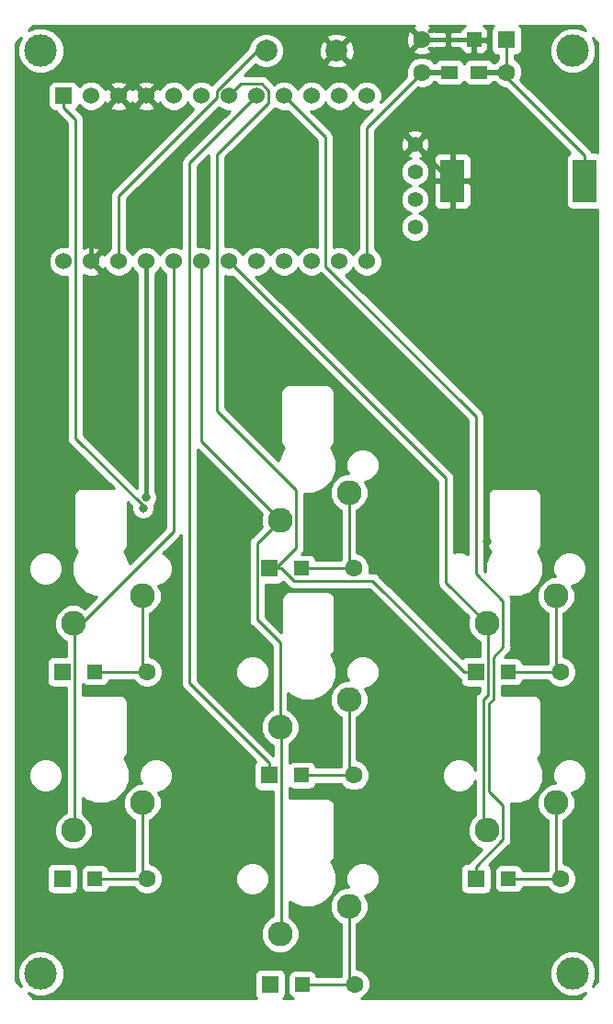
<source format=gtl>
G04 #@! TF.GenerationSoftware,KiCad,Pcbnew,5.0.2-bee76a0~70~ubuntu18.04.1*
G04 #@! TF.CreationDate,2019-05-23T01:45:31+09:00*
G04 #@! TF.ProjectId,meishi666,6d656973-6869-4363-9636-2e6b69636164,rev?*
G04 #@! TF.SameCoordinates,Original*
G04 #@! TF.FileFunction,Copper,L1,Top*
G04 #@! TF.FilePolarity,Positive*
%FSLAX46Y46*%
G04 Gerber Fmt 4.6, Leading zero omitted, Abs format (unit mm)*
G04 Created by KiCad (PCBNEW 5.0.2-bee76a0~70~ubuntu18.04.1) date 2019年05月23日 01時45分31秒*
%MOMM*%
%LPD*%
G01*
G04 APERTURE LIST*
G04 #@! TA.AperFunction,ComponentPad*
%ADD10C,1.524000*%
G04 #@! TD*
G04 #@! TA.AperFunction,ComponentPad*
%ADD11R,1.524000X1.524000*%
G04 #@! TD*
G04 #@! TA.AperFunction,ComponentPad*
%ADD12C,2.286000*%
G04 #@! TD*
G04 #@! TA.AperFunction,WasherPad*
%ADD13C,3.000000*%
G04 #@! TD*
G04 #@! TA.AperFunction,SMDPad,CuDef*
%ADD14R,1.340000X1.340000*%
G04 #@! TD*
G04 #@! TA.AperFunction,ComponentPad*
%ADD15C,1.600000*%
G04 #@! TD*
G04 #@! TA.AperFunction,ComponentPad*
%ADD16R,1.600000X1.600000*%
G04 #@! TD*
G04 #@! TA.AperFunction,Conductor*
%ADD17R,4.000000X0.250000*%
G04 #@! TD*
G04 #@! TA.AperFunction,ComponentPad*
%ADD18C,1.397000*%
G04 #@! TD*
G04 #@! TA.AperFunction,ComponentPad*
%ADD19C,2.000000*%
G04 #@! TD*
G04 #@! TA.AperFunction,SMDPad,CuDef*
%ADD20R,2.200000X4.000000*%
G04 #@! TD*
G04 #@! TA.AperFunction,SMDPad,CuDef*
%ADD21R,1.500000X1.200000*%
G04 #@! TD*
G04 #@! TA.AperFunction,Conductor*
%ADD22R,2.900000X0.500000*%
G04 #@! TD*
G04 #@! TA.AperFunction,ViaPad*
%ADD23C,0.800000*%
G04 #@! TD*
G04 #@! TA.AperFunction,Conductor*
%ADD24C,0.250000*%
G04 #@! TD*
G04 #@! TA.AperFunction,Conductor*
%ADD25C,0.400000*%
G04 #@! TD*
G04 #@! TA.AperFunction,Conductor*
%ADD26C,0.254000*%
G04 #@! TD*
G04 APERTURE END LIST*
D10*
G04 #@! TO.P,U1,24*
G04 #@! TO.N,Net-(U1-Pad24)*
X76080000Y-48415000D03*
G04 #@! TO.P,U1,12*
G04 #@! TO.N,Net-(U1-Pad12)*
X104020000Y-33175000D03*
G04 #@! TO.P,U1,23*
G04 #@! TO.N,GND*
X78620000Y-48415000D03*
G04 #@! TO.P,U1,22*
G04 #@! TO.N,RST*
X81160000Y-48415000D03*
G04 #@! TO.P,U1,21*
G04 #@! TO.N,VCC*
X83700000Y-48415000D03*
G04 #@! TO.P,U1,20*
G04 #@! TO.N,COL0*
X86240000Y-48415000D03*
G04 #@! TO.P,U1,19*
G04 #@! TO.N,COL1*
X88780000Y-48415000D03*
G04 #@! TO.P,U1,18*
G04 #@! TO.N,COL2*
X91320000Y-48415000D03*
G04 #@! TO.P,U1,17*
G04 #@! TO.N,Net-(U1-Pad17)*
X93860000Y-48415000D03*
G04 #@! TO.P,U1,16*
G04 #@! TO.N,Net-(U1-Pad16)*
X96400000Y-48415000D03*
G04 #@! TO.P,U1,15*
G04 #@! TO.N,Net-(U1-Pad15)*
X98940000Y-48415000D03*
G04 #@! TO.P,U1,14*
G04 #@! TO.N,Net-(U1-Pad14)*
X101480000Y-48415000D03*
G04 #@! TO.P,U1,13*
G04 #@! TO.N,AUDIO*
X104020000Y-48415000D03*
G04 #@! TO.P,U1,11*
G04 #@! TO.N,Net-(U1-Pad11)*
X101480000Y-33175000D03*
G04 #@! TO.P,U1,10*
G04 #@! TO.N,Net-(U1-Pad10)*
X98940000Y-33175000D03*
G04 #@! TO.P,U1,9*
G04 #@! TO.N,ROW2*
X96400000Y-33175000D03*
G04 #@! TO.P,U1,8*
G04 #@! TO.N,ROW1*
X93860000Y-33175000D03*
G04 #@! TO.P,U1,7*
G04 #@! TO.N,ROW0*
X91320000Y-33175000D03*
G04 #@! TO.P,U1,6*
G04 #@! TO.N,SCL*
X88780000Y-33175000D03*
G04 #@! TO.P,U1,5*
G04 #@! TO.N,SDA*
X86240000Y-33175000D03*
G04 #@! TO.P,U1,4*
G04 #@! TO.N,GND*
X83700000Y-33175000D03*
G04 #@! TO.P,U1,3*
X81160000Y-33175000D03*
G04 #@! TO.P,U1,2*
G04 #@! TO.N,Net-(U1-Pad2)*
X78620000Y-33175000D03*
D11*
G04 #@! TO.P,U1,1*
G04 #@! TO.N,LED*
X76080000Y-33175000D03*
G04 #@! TD*
D12*
G04 #@! TO.P,SW1,1*
G04 #@! TO.N,COL0*
X76969000Y-81785000D03*
G04 #@! TO.P,SW1,2*
G04 #@! TO.N,Net-(D1-Pad2)*
X83319000Y-79245000D03*
G04 #@! TD*
D13*
G04 #@! TO.P,Ref3,*
G04 #@! TO.N,*
X123000000Y-114000000D03*
G04 #@! TD*
G04 #@! TO.P,Ref2,*
G04 #@! TO.N,*
X74000000Y-114000000D03*
G04 #@! TD*
G04 #@! TO.P,Ref0,*
G04 #@! TO.N,*
X74000000Y-29000000D03*
G04 #@! TD*
D12*
G04 #@! TO.P,SW2,1*
G04 #@! TO.N,COL1*
X96019000Y-72260000D03*
G04 #@! TO.P,SW2,2*
G04 #@! TO.N,Net-(D2-Pad2)*
X102369000Y-69720000D03*
G04 #@! TD*
G04 #@! TO.P,SW3,1*
G04 #@! TO.N,COL2*
X115069000Y-81785000D03*
G04 #@! TO.P,SW3,2*
G04 #@! TO.N,Net-(D3-Pad2)*
X121419000Y-79245000D03*
G04 #@! TD*
G04 #@! TO.P,SW4,1*
G04 #@! TO.N,COL1*
X96019000Y-91310000D03*
G04 #@! TO.P,SW4,2*
G04 #@! TO.N,Net-(D4-Pad2)*
X102369000Y-88770000D03*
G04 #@! TD*
G04 #@! TO.P,SW5,1*
G04 #@! TO.N,COL0*
X76969000Y-100835000D03*
G04 #@! TO.P,SW5,2*
G04 #@! TO.N,Net-(D5-Pad2)*
X83319000Y-98295000D03*
G04 #@! TD*
G04 #@! TO.P,SW6,1*
G04 #@! TO.N,COL1*
X96019000Y-110360000D03*
G04 #@! TO.P,SW6,2*
G04 #@! TO.N,Net-(D6-Pad2)*
X102369000Y-107820000D03*
G04 #@! TD*
G04 #@! TO.P,SW7,1*
G04 #@! TO.N,COL2*
X115069000Y-100835000D03*
G04 #@! TO.P,SW7,2*
G04 #@! TO.N,Net-(D7-Pad2)*
X121419000Y-98295000D03*
G04 #@! TD*
D14*
G04 #@! TO.P,D1,2*
G04 #@! TO.N,Net-(D1-Pad2)*
X78980000Y-86230000D03*
D15*
X83790000Y-86230000D03*
D16*
G04 #@! TO.P,D1,1*
G04 #@! TO.N,ROW0*
X75990000Y-86230000D03*
D17*
G04 #@! TD*
G04 #@! TO.N,Net-(D1-Pad2)*
G04 #@! TO.C,D1*
X81390000Y-86230000D03*
D14*
G04 #@! TO.P,D2,2*
G04 #@! TO.N,Net-(D2-Pad2)*
X98030000Y-76705000D03*
D15*
X102840000Y-76705000D03*
D16*
G04 #@! TO.P,D2,1*
G04 #@! TO.N,ROW0*
X95040000Y-76705000D03*
D17*
G04 #@! TD*
G04 #@! TO.N,Net-(D2-Pad2)*
G04 #@! TO.C,D2*
X100440000Y-76705000D03*
G04 #@! TO.N,Net-(D3-Pad2)*
G04 #@! TO.C,D3*
X119490000Y-86230000D03*
D16*
G04 #@! TD*
G04 #@! TO.P,D3,1*
G04 #@! TO.N,ROW0*
X114090000Y-86230000D03*
D15*
G04 #@! TO.P,D3,2*
G04 #@! TO.N,Net-(D3-Pad2)*
X121890000Y-86230000D03*
D14*
X117080000Y-86230000D03*
G04 #@! TD*
G04 #@! TO.P,D4,2*
G04 #@! TO.N,Net-(D4-Pad2)*
X98030000Y-95755000D03*
D15*
X102840000Y-95755000D03*
D16*
G04 #@! TO.P,D4,1*
G04 #@! TO.N,ROW1*
X95040000Y-95755000D03*
D17*
G04 #@! TD*
G04 #@! TO.N,Net-(D4-Pad2)*
G04 #@! TO.C,D4*
X100440000Y-95755000D03*
G04 #@! TO.N,Net-(D5-Pad2)*
G04 #@! TO.C,D5*
X81390000Y-105280000D03*
D16*
G04 #@! TD*
G04 #@! TO.P,D5,1*
G04 #@! TO.N,ROW2*
X75990000Y-105280000D03*
D15*
G04 #@! TO.P,D5,2*
G04 #@! TO.N,Net-(D5-Pad2)*
X83790000Y-105280000D03*
D14*
X78980000Y-105280000D03*
G04 #@! TD*
G04 #@! TO.P,D6,2*
G04 #@! TO.N,Net-(D6-Pad2)*
X98090000Y-115000000D03*
D15*
X102900000Y-115000000D03*
D16*
G04 #@! TO.P,D6,1*
G04 #@! TO.N,ROW2*
X95100000Y-115000000D03*
D17*
G04 #@! TD*
G04 #@! TO.N,Net-(D6-Pad2)*
G04 #@! TO.C,D6*
X100500000Y-115000000D03*
G04 #@! TO.N,Net-(D7-Pad2)*
G04 #@! TO.C,D7*
X119490000Y-105280000D03*
D16*
G04 #@! TD*
G04 #@! TO.P,D7,1*
G04 #@! TO.N,ROW2*
X114090000Y-105280000D03*
D15*
G04 #@! TO.P,D7,2*
G04 #@! TO.N,Net-(D7-Pad2)*
X121890000Y-105280000D03*
D14*
X117080000Y-105280000D03*
G04 #@! TD*
D18*
G04 #@! TO.P,J1,1*
G04 #@! TO.N,SDA*
X108465000Y-45240000D03*
G04 #@! TO.P,J1,2*
G04 #@! TO.N,SCL*
X108465000Y-42700000D03*
G04 #@! TO.P,J1,3*
G04 #@! TO.N,VCC*
X108465000Y-40160000D03*
G04 #@! TO.P,J1,4*
G04 #@! TO.N,GND*
X108465000Y-37620000D03*
G04 #@! TD*
D19*
G04 #@! TO.P,SW8,2*
G04 #@! TO.N,RST*
X94750000Y-29000000D03*
G04 #@! TO.P,SW8,1*
G04 #@! TO.N,GND*
X101250000Y-29000000D03*
G04 #@! TD*
D14*
G04 #@! TO.P,D8,2*
G04 #@! TO.N,GND*
X113910000Y-28000000D03*
D15*
X109100000Y-28000000D03*
D16*
G04 #@! TO.P,D8,1*
G04 #@! TO.N,Net-(D8-Pad1)*
X116900000Y-28000000D03*
D17*
G04 #@! TD*
G04 #@! TO.N,GND*
G04 #@! TO.C,D8*
X111500000Y-28000000D03*
D20*
G04 #@! TO.P,Speaker,2*
G04 #@! TO.N,Net-(D8-Pad1)*
X124100000Y-41000000D03*
G04 #@! TO.P,Speaker,1*
G04 #@! TO.N,GND*
X111900000Y-41000000D03*
G04 #@! TD*
D21*
G04 #@! TO.P,R1,1*
G04 #@! TO.N,AUDIO*
X111650000Y-31000000D03*
G04 #@! TO.P,R1,2*
G04 #@! TO.N,Net-(D8-Pad1)*
X114350000Y-31000000D03*
D15*
X116900000Y-31000000D03*
G04 #@! TO.P,R1,1*
G04 #@! TO.N,AUDIO*
X109100000Y-31000000D03*
D22*
G04 #@! TD*
G04 #@! TO.N,Net-(D8-Pad1)*
G04 #@! TO.C,R1*
X115500000Y-31000000D03*
G04 #@! TO.N,AUDIO*
G04 #@! TO.C,R1*
X110500000Y-31000000D03*
G04 #@! TD*
D13*
G04 #@! TO.P,Ref1,*
G04 #@! TO.N,*
X123000000Y-29000000D03*
G04 #@! TD*
D23*
G04 #@! TO.N,GND*
X115107300Y-74244000D03*
X105290000Y-90135000D03*
X102115000Y-54575000D03*
X93860000Y-56480000D03*
X84335000Y-42510000D03*
X95765000Y-42510000D03*
X121800000Y-32985000D03*
X102115000Y-42510000D03*
X90685000Y-74260000D03*
X84970000Y-59655000D03*
X88780000Y-39970000D03*
G04 #@! TO.N,VCC*
X83700000Y-70152700D03*
G04 #@! TO.N,LED*
X83412500Y-71159600D03*
G04 #@! TD*
D24*
G04 #@! TO.N,Net-(D1-Pad2)*
X83319000Y-86230000D02*
X83790000Y-86230000D01*
X81390000Y-86230000D02*
X83319000Y-86230000D01*
X83319000Y-86230000D02*
X83319000Y-79245000D01*
X78980000Y-86230000D02*
X81390000Y-86230000D01*
G04 #@! TO.N,ROW0*
X95602700Y-76705000D02*
X97504700Y-74803000D01*
X97504700Y-74803000D02*
X97504700Y-69445100D01*
X97504700Y-69445100D02*
X90215100Y-62155500D01*
X90215100Y-62155500D02*
X90215100Y-38544100D01*
X90215100Y-38544100D02*
X94968700Y-33790500D01*
X94968700Y-33790500D02*
X94968700Y-32685900D01*
X94968700Y-32685900D02*
X94328500Y-32045700D01*
X94328500Y-32045700D02*
X92449300Y-32045700D01*
X92449300Y-32045700D02*
X91320000Y-33175000D01*
X95602700Y-76705000D02*
X96165300Y-76705000D01*
X95040000Y-76705000D02*
X95602700Y-76705000D01*
X114090000Y-86230000D02*
X112964700Y-86230000D01*
X112964700Y-86230000D02*
X104565000Y-77830300D01*
X104565000Y-77830300D02*
X97290600Y-77830300D01*
X97290600Y-77830300D02*
X96165300Y-76705000D01*
G04 #@! TO.N,Net-(D2-Pad2)*
X102369000Y-76705000D02*
X102840000Y-76705000D01*
X100440000Y-76705000D02*
X102369000Y-76705000D01*
X102369000Y-76705000D02*
X102369000Y-69720000D01*
X98030000Y-76705000D02*
X100440000Y-76705000D01*
G04 #@! TO.N,Net-(D3-Pad2)*
X121419000Y-86230000D02*
X119490000Y-86230000D01*
X121890000Y-86230000D02*
X121419000Y-86230000D01*
X121419000Y-86230000D02*
X121419000Y-79245000D01*
X117080000Y-86230000D02*
X119490000Y-86230000D01*
G04 #@! TO.N,Net-(D4-Pad2)*
X102369000Y-95755000D02*
X102840000Y-95755000D01*
X100440000Y-95755000D02*
X102369000Y-95755000D01*
X102369000Y-95755000D02*
X102369000Y-88770000D01*
X98030000Y-95755000D02*
X100440000Y-95755000D01*
G04 #@! TO.N,ROW1*
X95040000Y-95755000D02*
X95040000Y-94629700D01*
X95040000Y-94629700D02*
X87685200Y-87274900D01*
X87685200Y-87274900D02*
X87685200Y-39349800D01*
X87685200Y-39349800D02*
X93860000Y-33175000D01*
G04 #@! TO.N,Net-(D5-Pad2)*
X83319000Y-105280000D02*
X81390000Y-105280000D01*
X83790000Y-105280000D02*
X83319000Y-105280000D01*
X83319000Y-105280000D02*
X83319000Y-98295000D01*
X78980000Y-105280000D02*
X81390000Y-105280000D01*
G04 #@! TO.N,ROW2*
X96400000Y-33175000D02*
X100210000Y-36985000D01*
X100210000Y-36985000D02*
X100210000Y-48869200D01*
X100210000Y-48869200D02*
X114077200Y-62736400D01*
X114077200Y-62736400D02*
X114077200Y-77210600D01*
X114077200Y-77210600D02*
X116582700Y-79716100D01*
X116582700Y-79716100D02*
X116582700Y-83937700D01*
X116582700Y-83937700D02*
X115665800Y-84854600D01*
X115665800Y-84854600D02*
X115665800Y-88734600D01*
X115665800Y-88734600D02*
X115271700Y-89128700D01*
X115271700Y-89128700D02*
X115271700Y-97237000D01*
X115271700Y-97237000D02*
X116564600Y-98529900D01*
X116564600Y-98529900D02*
X116564600Y-101680100D01*
X116564600Y-101680100D02*
X114090000Y-104154700D01*
X114090000Y-105280000D02*
X114090000Y-104154700D01*
G04 #@! TO.N,Net-(D6-Pad2)*
X102369000Y-115000000D02*
X102900000Y-115000000D01*
X100500000Y-115000000D02*
X102369000Y-115000000D01*
X102369000Y-115000000D02*
X102369000Y-107820000D01*
X98090000Y-115000000D02*
X100500000Y-115000000D01*
G04 #@! TO.N,Net-(D7-Pad2)*
X121419000Y-105280000D02*
X119490000Y-105280000D01*
X121890000Y-105280000D02*
X121419000Y-105280000D01*
X121419000Y-105280000D02*
X121419000Y-98295000D01*
X117080000Y-105280000D02*
X119490000Y-105280000D01*
D25*
G04 #@! TO.N,GND*
X111900000Y-41000000D02*
X113400300Y-41000000D01*
X113400300Y-41000000D02*
X115107300Y-42707000D01*
X115107300Y-42707000D02*
X115107300Y-74244000D01*
X111827000Y-41000000D02*
X111900000Y-41000000D01*
X81160000Y-33175000D02*
X78620000Y-35715000D01*
X78620000Y-35715000D02*
X78620000Y-48415000D01*
X111827000Y-41000000D02*
X111149900Y-41000000D01*
X108465000Y-37620000D02*
X111149900Y-40304900D01*
X111149900Y-40304900D02*
X111149900Y-41000000D01*
X113910000Y-28000000D02*
X111500000Y-28000000D01*
X111500000Y-28000000D02*
X109100000Y-28000000D01*
G04 #@! TO.N,VCC*
X83700000Y-48415000D02*
X83700000Y-70152700D01*
D24*
G04 #@! TO.N,LED*
X76080000Y-33175000D02*
X76080000Y-34262300D01*
X83412500Y-71159600D02*
X83412500Y-70943600D01*
X83412500Y-70943600D02*
X77167300Y-64698400D01*
X77167300Y-64698400D02*
X77167300Y-35349600D01*
X77167300Y-35349600D02*
X76080000Y-34262300D01*
G04 #@! TO.N,COL0*
X77115400Y-81931400D02*
X76969000Y-81785000D01*
X76969000Y-100835000D02*
X77115400Y-100688600D01*
X77115400Y-100688600D02*
X77115400Y-81931400D01*
X86240000Y-48415000D02*
X86240000Y-73254100D01*
X86240000Y-73254100D02*
X77562700Y-81931400D01*
X77562700Y-81931400D02*
X77115400Y-81931400D01*
G04 #@! TO.N,COL1*
X96019000Y-91310000D02*
X96019000Y-83552800D01*
X96019000Y-83552800D02*
X93914600Y-81448400D01*
X93914600Y-81448400D02*
X93914600Y-74364400D01*
X93914600Y-74364400D02*
X96019000Y-72260000D01*
X96019000Y-110360000D02*
X96165400Y-110213600D01*
X96165400Y-110213600D02*
X96165400Y-91456400D01*
X96165400Y-91456400D02*
X96019000Y-91310000D01*
X88780000Y-48415000D02*
X88780000Y-65021000D01*
X88780000Y-65021000D02*
X96019000Y-72260000D01*
G04 #@! TO.N,COL2*
X91320000Y-48415000D02*
X111303700Y-68398700D01*
X111303700Y-68398700D02*
X111303700Y-78019700D01*
X111303700Y-78019700D02*
X115069000Y-81785000D01*
X115069000Y-81785000D02*
X115215400Y-81931400D01*
X115215400Y-81931400D02*
X115215400Y-88322800D01*
X115215400Y-88322800D02*
X114765100Y-88773100D01*
X114765100Y-88773100D02*
X114765100Y-100531100D01*
X114765100Y-100531100D02*
X115069000Y-100835000D01*
G04 #@! TO.N,RST*
X94750000Y-29000000D02*
X93957200Y-29000000D01*
X93957200Y-29000000D02*
X90209400Y-32747800D01*
X90209400Y-32747800D02*
X90209400Y-33310800D01*
X90209400Y-33310800D02*
X81160000Y-42360200D01*
X81160000Y-42360200D02*
X81160000Y-48415000D01*
G04 #@! TO.N,Net-(D8-Pad1)*
X116900000Y-31000000D02*
X116900000Y-31474700D01*
X116900000Y-31474700D02*
X124100000Y-38674700D01*
X116900000Y-31000000D02*
X115500000Y-31000000D01*
X115500000Y-31000000D02*
X114350000Y-31000000D01*
X124100000Y-41000000D02*
X124100000Y-38674700D01*
X116900000Y-29125300D02*
X116900000Y-31000000D01*
X116900000Y-28000000D02*
X116900000Y-29125300D01*
G04 #@! TO.N,AUDIO*
X109100000Y-31000000D02*
X104020000Y-36080000D01*
X104020000Y-36080000D02*
X104020000Y-48415000D01*
X110500000Y-31000000D02*
X109100000Y-31000000D01*
X111650000Y-31000000D02*
X110500000Y-31000000D01*
G04 #@! TD*
D26*
G04 #@! TO.N,GND*
G36*
X108345995Y-26746136D02*
X108271861Y-26992255D01*
X108912828Y-27633223D01*
X108865000Y-27748690D01*
X108865000Y-27778750D01*
X108959248Y-27872998D01*
X108865000Y-27872998D01*
X108865000Y-27944605D01*
X108092255Y-27171861D01*
X107846136Y-27245995D01*
X107653035Y-27783223D01*
X107680222Y-28353454D01*
X107846136Y-28754005D01*
X108092255Y-28828139D01*
X108865000Y-28055395D01*
X108865000Y-28127002D01*
X108959248Y-28127002D01*
X108865000Y-28221250D01*
X108865000Y-28251310D01*
X108912828Y-28366777D01*
X108271861Y-29007745D01*
X108345995Y-29253864D01*
X108883223Y-29446965D01*
X109453454Y-29419778D01*
X109854005Y-29253864D01*
X109928139Y-29007745D01*
X109680394Y-28760000D01*
X110039606Y-28760000D01*
X110107745Y-28828139D01*
X110333961Y-28760000D01*
X111214250Y-28760000D01*
X111373000Y-28601250D01*
X111373000Y-28062500D01*
X111627000Y-28062500D01*
X111627000Y-28601250D01*
X111785750Y-28760000D01*
X112605000Y-28760000D01*
X112605000Y-28796310D01*
X112701673Y-29029699D01*
X112880302Y-29208327D01*
X113113691Y-29305000D01*
X113624250Y-29305000D01*
X113783000Y-29146250D01*
X113783000Y-28695096D01*
X113859698Y-28663327D01*
X114037000Y-28486026D01*
X114037000Y-29146250D01*
X114195750Y-29305000D01*
X114706309Y-29305000D01*
X114939698Y-29208327D01*
X115118327Y-29029699D01*
X115215000Y-28796310D01*
X115215000Y-28285750D01*
X115056250Y-28127000D01*
X114040750Y-28127000D01*
X113976250Y-28062500D01*
X111627000Y-28062500D01*
X111373000Y-28062500D01*
X111353000Y-28062500D01*
X111353000Y-27937500D01*
X111373000Y-27937500D01*
X111373000Y-27398750D01*
X111214250Y-27240000D01*
X110333961Y-27240000D01*
X110107745Y-27171861D01*
X110039606Y-27240000D01*
X109680394Y-27240000D01*
X109928139Y-26992255D01*
X109854005Y-26746136D01*
X109753471Y-26710000D01*
X113077478Y-26710000D01*
X112880302Y-26791673D01*
X112701673Y-26970301D01*
X112605000Y-27203690D01*
X112605000Y-27240000D01*
X111785750Y-27240000D01*
X111627000Y-27398750D01*
X111627000Y-27937500D01*
X113976250Y-27937500D01*
X114040750Y-27873000D01*
X115056250Y-27873000D01*
X115215000Y-27714250D01*
X115215000Y-27203690D01*
X115118327Y-26970301D01*
X114939698Y-26791673D01*
X114742522Y-26710000D01*
X115690368Y-26710000D01*
X115642191Y-26742191D01*
X115501843Y-26952235D01*
X115452560Y-27200000D01*
X115452560Y-28800000D01*
X115501843Y-29047765D01*
X115642191Y-29257809D01*
X115852235Y-29398157D01*
X116100000Y-29447440D01*
X116140000Y-29447440D01*
X116140000Y-29761570D01*
X116087138Y-29783466D01*
X115768044Y-30102560D01*
X115664965Y-30102560D01*
X115557809Y-29942191D01*
X115347765Y-29801843D01*
X115100000Y-29752560D01*
X113600000Y-29752560D01*
X113352235Y-29801843D01*
X113142191Y-29942191D01*
X113001843Y-30152235D01*
X113000000Y-30161500D01*
X112998157Y-30152235D01*
X112857809Y-29942191D01*
X112647765Y-29801843D01*
X112400000Y-29752560D01*
X110900000Y-29752560D01*
X110652235Y-29801843D01*
X110442191Y-29942191D01*
X110335035Y-30102560D01*
X110231956Y-30102560D01*
X109912862Y-29783466D01*
X109385439Y-29565000D01*
X108814561Y-29565000D01*
X108287138Y-29783466D01*
X107883466Y-30187138D01*
X107665000Y-30714561D01*
X107665000Y-31285439D01*
X107686896Y-31338302D01*
X105307174Y-33718024D01*
X105417000Y-33452881D01*
X105417000Y-32897119D01*
X105204320Y-32383663D01*
X104811337Y-31990680D01*
X104297881Y-31778000D01*
X103742119Y-31778000D01*
X103228663Y-31990680D01*
X102835680Y-32383663D01*
X102750000Y-32590513D01*
X102664320Y-32383663D01*
X102271337Y-31990680D01*
X101757881Y-31778000D01*
X101202119Y-31778000D01*
X100688663Y-31990680D01*
X100295680Y-32383663D01*
X100210000Y-32590513D01*
X100124320Y-32383663D01*
X99731337Y-31990680D01*
X99217881Y-31778000D01*
X98662119Y-31778000D01*
X98148663Y-31990680D01*
X97755680Y-32383663D01*
X97670000Y-32590513D01*
X97584320Y-32383663D01*
X97191337Y-31990680D01*
X96677881Y-31778000D01*
X96122119Y-31778000D01*
X95608663Y-31990680D01*
X95483505Y-32115838D01*
X95453173Y-32095571D01*
X94918831Y-31561230D01*
X94876429Y-31497771D01*
X94625037Y-31329796D01*
X94403352Y-31285700D01*
X94403347Y-31285700D01*
X94328500Y-31270812D01*
X94253653Y-31285700D01*
X92746302Y-31285700D01*
X93734881Y-30297120D01*
X93823847Y-30386086D01*
X94424778Y-30635000D01*
X95075222Y-30635000D01*
X95676153Y-30386086D01*
X95909707Y-30152532D01*
X100277073Y-30152532D01*
X100375736Y-30419387D01*
X100985461Y-30645908D01*
X101635460Y-30621856D01*
X102124264Y-30419387D01*
X102222927Y-30152532D01*
X101250000Y-29179605D01*
X100277073Y-30152532D01*
X95909707Y-30152532D01*
X96136086Y-29926153D01*
X96385000Y-29325222D01*
X96385000Y-28735461D01*
X99604092Y-28735461D01*
X99628144Y-29385460D01*
X99830613Y-29874264D01*
X100097468Y-29972927D01*
X101070395Y-29000000D01*
X101429605Y-29000000D01*
X102402532Y-29972927D01*
X102669387Y-29874264D01*
X102895908Y-29264539D01*
X102871856Y-28614540D01*
X102669387Y-28125736D01*
X102402532Y-28027073D01*
X101429605Y-29000000D01*
X101070395Y-29000000D01*
X100097468Y-28027073D01*
X99830613Y-28125736D01*
X99604092Y-28735461D01*
X96385000Y-28735461D01*
X96385000Y-28674778D01*
X96136086Y-28073847D01*
X95909707Y-27847468D01*
X100277073Y-27847468D01*
X101250000Y-28820395D01*
X102222927Y-27847468D01*
X102124264Y-27580613D01*
X101514539Y-27354092D01*
X100864540Y-27378144D01*
X100375736Y-27580613D01*
X100277073Y-27847468D01*
X95909707Y-27847468D01*
X95676153Y-27613914D01*
X95075222Y-27365000D01*
X94424778Y-27365000D01*
X93823847Y-27613914D01*
X93363914Y-28073847D01*
X93115000Y-28674778D01*
X93115000Y-28767398D01*
X89731528Y-32150871D01*
X89571337Y-31990680D01*
X89057881Y-31778000D01*
X88502119Y-31778000D01*
X87988663Y-31990680D01*
X87595680Y-32383663D01*
X87510000Y-32590513D01*
X87424320Y-32383663D01*
X87031337Y-31990680D01*
X86517881Y-31778000D01*
X85962119Y-31778000D01*
X85448663Y-31990680D01*
X85055680Y-32383663D01*
X84976572Y-32574647D01*
X84922397Y-32443857D01*
X84680213Y-32374392D01*
X83879605Y-33175000D01*
X84680213Y-33975608D01*
X84922397Y-33906143D01*
X84972535Y-33765607D01*
X85055680Y-33966337D01*
X85448663Y-34359320D01*
X85962119Y-34572000D01*
X86517881Y-34572000D01*
X87031337Y-34359320D01*
X87424320Y-33966337D01*
X87510000Y-33759487D01*
X87595680Y-33966337D01*
X87988663Y-34359320D01*
X88057546Y-34387852D01*
X80675530Y-41769869D01*
X80612071Y-41812271D01*
X80444096Y-42063664D01*
X80400000Y-42285349D01*
X80400000Y-42285353D01*
X80385112Y-42360200D01*
X80400000Y-42435047D01*
X80400001Y-47217699D01*
X80368663Y-47230680D01*
X79975680Y-47623663D01*
X79896572Y-47814647D01*
X79842397Y-47683857D01*
X79600213Y-47614392D01*
X78799605Y-48415000D01*
X79600213Y-49215608D01*
X79842397Y-49146143D01*
X79892535Y-49005607D01*
X79975680Y-49206337D01*
X80368663Y-49599320D01*
X80882119Y-49812000D01*
X81437881Y-49812000D01*
X81951337Y-49599320D01*
X82344320Y-49206337D01*
X82430000Y-48999487D01*
X82515680Y-49206337D01*
X82865000Y-49555657D01*
X82865001Y-69321299D01*
X77927300Y-64383599D01*
X77927300Y-49651112D01*
X78412302Y-49824144D01*
X78967368Y-49796362D01*
X79351143Y-49637397D01*
X79420608Y-49395213D01*
X78620000Y-48594605D01*
X78605858Y-48608748D01*
X78426253Y-48429143D01*
X78440395Y-48415000D01*
X78426253Y-48400858D01*
X78605858Y-48221253D01*
X78620000Y-48235395D01*
X79420608Y-47434787D01*
X79351143Y-47192603D01*
X78827698Y-47005856D01*
X78272632Y-47033638D01*
X77927300Y-47176679D01*
X77927300Y-35424446D01*
X77942188Y-35349599D01*
X77927300Y-35274752D01*
X77927300Y-35274748D01*
X77883204Y-35053063D01*
X77833185Y-34978204D01*
X77757629Y-34865126D01*
X77757627Y-34865124D01*
X77715229Y-34801671D01*
X77651775Y-34759273D01*
X77292317Y-34399815D01*
X77299809Y-34394809D01*
X77440157Y-34184765D01*
X77475653Y-34006310D01*
X77828663Y-34359320D01*
X78342119Y-34572000D01*
X78897881Y-34572000D01*
X79411337Y-34359320D01*
X79615444Y-34155213D01*
X80359392Y-34155213D01*
X80428857Y-34397397D01*
X80952302Y-34584144D01*
X81507368Y-34556362D01*
X81891143Y-34397397D01*
X81960608Y-34155213D01*
X82899392Y-34155213D01*
X82968857Y-34397397D01*
X83492302Y-34584144D01*
X84047368Y-34556362D01*
X84431143Y-34397397D01*
X84500608Y-34155213D01*
X83700000Y-33354605D01*
X82899392Y-34155213D01*
X81960608Y-34155213D01*
X81160000Y-33354605D01*
X80359392Y-34155213D01*
X79615444Y-34155213D01*
X79804320Y-33966337D01*
X79883428Y-33775353D01*
X79937603Y-33906143D01*
X80179787Y-33975608D01*
X80980395Y-33175000D01*
X81339605Y-33175000D01*
X82140213Y-33975608D01*
X82382397Y-33906143D01*
X82426453Y-33782656D01*
X82477603Y-33906143D01*
X82719787Y-33975608D01*
X83520395Y-33175000D01*
X82719787Y-32374392D01*
X82477603Y-32443857D01*
X82433547Y-32567344D01*
X82382397Y-32443857D01*
X82140213Y-32374392D01*
X81339605Y-33175000D01*
X80980395Y-33175000D01*
X80179787Y-32374392D01*
X79937603Y-32443857D01*
X79887465Y-32584393D01*
X79804320Y-32383663D01*
X79615444Y-32194787D01*
X80359392Y-32194787D01*
X81160000Y-32995395D01*
X81960608Y-32194787D01*
X82899392Y-32194787D01*
X83700000Y-32995395D01*
X84500608Y-32194787D01*
X84431143Y-31952603D01*
X83907698Y-31765856D01*
X83352632Y-31793638D01*
X82968857Y-31952603D01*
X82899392Y-32194787D01*
X81960608Y-32194787D01*
X81891143Y-31952603D01*
X81367698Y-31765856D01*
X80812632Y-31793638D01*
X80428857Y-31952603D01*
X80359392Y-32194787D01*
X79615444Y-32194787D01*
X79411337Y-31990680D01*
X78897881Y-31778000D01*
X78342119Y-31778000D01*
X77828663Y-31990680D01*
X77475653Y-32343690D01*
X77440157Y-32165235D01*
X77299809Y-31955191D01*
X77089765Y-31814843D01*
X76842000Y-31765560D01*
X75318000Y-31765560D01*
X75070235Y-31814843D01*
X74860191Y-31955191D01*
X74719843Y-32165235D01*
X74670560Y-32413000D01*
X74670560Y-33937000D01*
X74719843Y-34184765D01*
X74860191Y-34394809D01*
X75070235Y-34535157D01*
X75318000Y-34584440D01*
X75381204Y-34584440D01*
X75532072Y-34810229D01*
X75595527Y-34852629D01*
X76407301Y-35664404D01*
X76407301Y-47038470D01*
X76357881Y-47018000D01*
X75802119Y-47018000D01*
X75288663Y-47230680D01*
X74895680Y-47623663D01*
X74683000Y-48137119D01*
X74683000Y-48692881D01*
X74895680Y-49206337D01*
X75288663Y-49599320D01*
X75802119Y-49812000D01*
X76357881Y-49812000D01*
X76407301Y-49791530D01*
X76407300Y-64623553D01*
X76392412Y-64698400D01*
X76407300Y-64773247D01*
X76407300Y-64773251D01*
X76451396Y-64994936D01*
X76619371Y-65246329D01*
X76682830Y-65288731D01*
X80694098Y-69300000D01*
X77828925Y-69300000D01*
X77759000Y-69286091D01*
X77689074Y-69300000D01*
X77481972Y-69341195D01*
X77247119Y-69498119D01*
X77090195Y-69732972D01*
X77035091Y-70010000D01*
X77049000Y-70079926D01*
X77049001Y-74440069D01*
X77035091Y-74510000D01*
X77090195Y-74787028D01*
X77247119Y-75021881D01*
X77383300Y-75112874D01*
X77280326Y-75215848D01*
X76880100Y-76182079D01*
X76880100Y-77227921D01*
X77280326Y-78194152D01*
X78019848Y-78933674D01*
X78986079Y-79333900D01*
X79085399Y-79333900D01*
X78058885Y-80360413D01*
X77976156Y-80277684D01*
X77322666Y-80007000D01*
X76615334Y-80007000D01*
X75961844Y-80277684D01*
X75461684Y-80777844D01*
X75191000Y-81431334D01*
X75191000Y-82138666D01*
X75461684Y-82792156D01*
X75961844Y-83292316D01*
X76355401Y-83455332D01*
X76355401Y-84782560D01*
X75190000Y-84782560D01*
X74942235Y-84831843D01*
X74732191Y-84972191D01*
X74591843Y-85182235D01*
X74542560Y-85430000D01*
X74542560Y-87030000D01*
X74591843Y-87277765D01*
X74732191Y-87487809D01*
X74942235Y-87628157D01*
X75190000Y-87677440D01*
X76355401Y-87677440D01*
X76355400Y-99164668D01*
X75961844Y-99327684D01*
X75461684Y-99827844D01*
X75191000Y-100481334D01*
X75191000Y-101188666D01*
X75461684Y-101842156D01*
X75961844Y-102342316D01*
X76615334Y-102613000D01*
X77322666Y-102613000D01*
X77976156Y-102342316D01*
X78476316Y-101842156D01*
X78747000Y-101188666D01*
X78747000Y-100481334D01*
X78476316Y-99827844D01*
X77976156Y-99327684D01*
X77875400Y-99285950D01*
X77875400Y-97839226D01*
X78019848Y-97983674D01*
X78986079Y-98383900D01*
X80031921Y-98383900D01*
X80998152Y-97983674D01*
X81737674Y-97244152D01*
X82137900Y-96277921D01*
X82137900Y-95232079D01*
X81737674Y-94265848D01*
X81634700Y-94162874D01*
X81770881Y-94071881D01*
X81927805Y-93837028D01*
X81982909Y-93560000D01*
X81969000Y-93490074D01*
X81969000Y-89129926D01*
X81982909Y-89060000D01*
X81927805Y-88782972D01*
X81770881Y-88548119D01*
X81536028Y-88391195D01*
X81328926Y-88350000D01*
X81328925Y-88350000D01*
X81259000Y-88336091D01*
X81189074Y-88350000D01*
X77875400Y-88350000D01*
X77875400Y-87373317D01*
X78062235Y-87498157D01*
X78310000Y-87547440D01*
X79650000Y-87547440D01*
X79897765Y-87498157D01*
X80107809Y-87357809D01*
X80248157Y-87147765D01*
X80277064Y-87002440D01*
X82556723Y-87002440D01*
X82573466Y-87042862D01*
X82977138Y-87446534D01*
X83504561Y-87665000D01*
X84075439Y-87665000D01*
X84602862Y-87446534D01*
X85006534Y-87042862D01*
X85225000Y-86515439D01*
X85225000Y-85944561D01*
X85006534Y-85417138D01*
X84602862Y-85013466D01*
X84079000Y-84796475D01*
X84079000Y-80854691D01*
X84326156Y-80752316D01*
X84826316Y-80252156D01*
X85097000Y-79598666D01*
X85097000Y-78891334D01*
X84827209Y-78240000D01*
X84894330Y-78240000D01*
X85458507Y-78006310D01*
X85890310Y-77574507D01*
X86124000Y-77010330D01*
X86124000Y-76399670D01*
X85890310Y-75835493D01*
X85458507Y-75403690D01*
X85251117Y-75317786D01*
X86724476Y-73844427D01*
X86787929Y-73802029D01*
X86830327Y-73738576D01*
X86830329Y-73738574D01*
X86925200Y-73596588D01*
X86925200Y-87200053D01*
X86910312Y-87274900D01*
X86925200Y-87349747D01*
X86925200Y-87349751D01*
X86969296Y-87571436D01*
X87137271Y-87822829D01*
X87200730Y-87865231D01*
X93812462Y-94476964D01*
X93782191Y-94497191D01*
X93641843Y-94707235D01*
X93592560Y-94955000D01*
X93592560Y-96555000D01*
X93641843Y-96802765D01*
X93782191Y-97012809D01*
X93992235Y-97153157D01*
X94240000Y-97202440D01*
X95405401Y-97202440D01*
X95405400Y-108689668D01*
X95011844Y-108852684D01*
X94511684Y-109352844D01*
X94241000Y-110006334D01*
X94241000Y-110713666D01*
X94511684Y-111367156D01*
X95011844Y-111867316D01*
X95665334Y-112138000D01*
X96372666Y-112138000D01*
X97026156Y-111867316D01*
X97526316Y-111367156D01*
X97797000Y-110713666D01*
X97797000Y-110006334D01*
X97526316Y-109352844D01*
X97026156Y-108852684D01*
X96925400Y-108810950D01*
X96925400Y-107364226D01*
X97069848Y-107508674D01*
X98036079Y-107908900D01*
X99081921Y-107908900D01*
X100048152Y-107508674D01*
X100787674Y-106769152D01*
X101187900Y-105802921D01*
X101187900Y-104757079D01*
X100787674Y-103790848D01*
X100708733Y-103711907D01*
X100880881Y-103596881D01*
X101037805Y-103362028D01*
X101092909Y-103085000D01*
X101079000Y-103015074D01*
X101079000Y-98654926D01*
X101092909Y-98585000D01*
X101037805Y-98307972D01*
X100880881Y-98073119D01*
X100646028Y-97916195D01*
X100438926Y-97875000D01*
X100438925Y-97875000D01*
X100369000Y-97861091D01*
X100299074Y-97875000D01*
X96938925Y-97875000D01*
X96925400Y-97872310D01*
X96925400Y-96898317D01*
X97112235Y-97023157D01*
X97360000Y-97072440D01*
X98700000Y-97072440D01*
X98947765Y-97023157D01*
X99157809Y-96882809D01*
X99298157Y-96672765D01*
X99327064Y-96527440D01*
X101606723Y-96527440D01*
X101623466Y-96567862D01*
X102027138Y-96971534D01*
X102554561Y-97190000D01*
X103125439Y-97190000D01*
X103652862Y-96971534D01*
X104056534Y-96567862D01*
X104275000Y-96040439D01*
X104275000Y-95469561D01*
X104056534Y-94942138D01*
X103652862Y-94538466D01*
X103129000Y-94321475D01*
X103129000Y-90379691D01*
X103376156Y-90277316D01*
X103876316Y-89777156D01*
X104147000Y-89123666D01*
X104147000Y-88416334D01*
X103877209Y-87765000D01*
X103944330Y-87765000D01*
X104508507Y-87531310D01*
X104940310Y-87099507D01*
X105174000Y-86535330D01*
X105174000Y-85924670D01*
X104940310Y-85360493D01*
X104508507Y-84928690D01*
X103944330Y-84695000D01*
X103333670Y-84695000D01*
X102769493Y-84928690D01*
X102337690Y-85360493D01*
X102104000Y-85924670D01*
X102104000Y-86535330D01*
X102293159Y-86992000D01*
X102015334Y-86992000D01*
X101361844Y-87262684D01*
X100861684Y-87762844D01*
X100591000Y-88416334D01*
X100591000Y-89123666D01*
X100861684Y-89777156D01*
X101361844Y-90277316D01*
X101609001Y-90379692D01*
X101609000Y-94977062D01*
X101606723Y-94982560D01*
X99327064Y-94982560D01*
X99298157Y-94837235D01*
X99157809Y-94627191D01*
X98947765Y-94486843D01*
X98700000Y-94437560D01*
X97360000Y-94437560D01*
X97112235Y-94486843D01*
X96925400Y-94611683D01*
X96925400Y-92859050D01*
X97026156Y-92817316D01*
X97526316Y-92317156D01*
X97797000Y-91663666D01*
X97797000Y-90956334D01*
X97526316Y-90302844D01*
X97026156Y-89802684D01*
X96779000Y-89700309D01*
X96779000Y-88167826D01*
X97069848Y-88458674D01*
X98036079Y-88858900D01*
X99081921Y-88858900D01*
X100048152Y-88458674D01*
X100787674Y-87719152D01*
X101187900Y-86752921D01*
X101187900Y-85707079D01*
X100787674Y-84740848D01*
X100708733Y-84661907D01*
X100880881Y-84546881D01*
X101037805Y-84312028D01*
X101092909Y-84035000D01*
X101079000Y-83965074D01*
X101079000Y-79604926D01*
X101092909Y-79535000D01*
X101069948Y-79419564D01*
X101037805Y-79257972D01*
X101020202Y-79231627D01*
X100880881Y-79023119D01*
X100646028Y-78866195D01*
X100438926Y-78825000D01*
X100438925Y-78825000D01*
X100369000Y-78811091D01*
X100299074Y-78825000D01*
X96938925Y-78825000D01*
X96869000Y-78811091D01*
X96799074Y-78825000D01*
X96591972Y-78866195D01*
X96357119Y-79023119D01*
X96200195Y-79257972D01*
X96145091Y-79535000D01*
X96159000Y-79604926D01*
X96159001Y-82617999D01*
X94674600Y-81133599D01*
X94674600Y-78152440D01*
X95840000Y-78152440D01*
X96087765Y-78103157D01*
X96297809Y-77962809D01*
X96318036Y-77932538D01*
X96700270Y-78314772D01*
X96742671Y-78378229D01*
X96994063Y-78546204D01*
X97215748Y-78590300D01*
X97215752Y-78590300D01*
X97290600Y-78605188D01*
X97365448Y-78590300D01*
X104250199Y-78590300D01*
X112374371Y-86714473D01*
X112416771Y-86777929D01*
X112480227Y-86820329D01*
X112642560Y-86928797D01*
X112642560Y-87030000D01*
X112691843Y-87277765D01*
X112832191Y-87487809D01*
X113042235Y-87628157D01*
X113290000Y-87677440D01*
X114455401Y-87677440D01*
X114455401Y-88007998D01*
X114280629Y-88182769D01*
X114217171Y-88225171D01*
X114049196Y-88476564D01*
X114005100Y-88698249D01*
X114005100Y-88698253D01*
X113990212Y-88773100D01*
X114005100Y-88847947D01*
X114005101Y-95307474D01*
X113830310Y-94885493D01*
X113398507Y-94453690D01*
X112834330Y-94220000D01*
X112223670Y-94220000D01*
X111659493Y-94453690D01*
X111227690Y-94885493D01*
X110994000Y-95449670D01*
X110994000Y-96060330D01*
X111227690Y-96624507D01*
X111659493Y-97056310D01*
X112223670Y-97290000D01*
X112834330Y-97290000D01*
X113398507Y-97056310D01*
X113830310Y-96624507D01*
X114005101Y-96202526D01*
X114005101Y-99384427D01*
X113561684Y-99827844D01*
X113291000Y-100481334D01*
X113291000Y-101188666D01*
X113561684Y-101842156D01*
X114061844Y-102342316D01*
X114603303Y-102566595D01*
X113605528Y-103564371D01*
X113542072Y-103606771D01*
X113499672Y-103670227D01*
X113499671Y-103670228D01*
X113391204Y-103832560D01*
X113290000Y-103832560D01*
X113042235Y-103881843D01*
X112832191Y-104022191D01*
X112691843Y-104232235D01*
X112642560Y-104480000D01*
X112642560Y-106080000D01*
X112691843Y-106327765D01*
X112832191Y-106537809D01*
X113042235Y-106678157D01*
X113290000Y-106727440D01*
X114890000Y-106727440D01*
X115137765Y-106678157D01*
X115347809Y-106537809D01*
X115488157Y-106327765D01*
X115537440Y-106080000D01*
X115537440Y-104610000D01*
X115762560Y-104610000D01*
X115762560Y-105950000D01*
X115811843Y-106197765D01*
X115952191Y-106407809D01*
X116162235Y-106548157D01*
X116410000Y-106597440D01*
X117750000Y-106597440D01*
X117997765Y-106548157D01*
X118207809Y-106407809D01*
X118348157Y-106197765D01*
X118377064Y-106052440D01*
X120656723Y-106052440D01*
X120673466Y-106092862D01*
X121077138Y-106496534D01*
X121604561Y-106715000D01*
X122175439Y-106715000D01*
X122702862Y-106496534D01*
X123106534Y-106092862D01*
X123325000Y-105565439D01*
X123325000Y-104994561D01*
X123106534Y-104467138D01*
X122702862Y-104063466D01*
X122179000Y-103846475D01*
X122179000Y-99904691D01*
X122426156Y-99802316D01*
X122926316Y-99302156D01*
X123197000Y-98648666D01*
X123197000Y-97941334D01*
X122927209Y-97290000D01*
X122994330Y-97290000D01*
X123558507Y-97056310D01*
X123990310Y-96624507D01*
X124224000Y-96060330D01*
X124224000Y-95449670D01*
X123990310Y-94885493D01*
X123558507Y-94453690D01*
X122994330Y-94220000D01*
X122383670Y-94220000D01*
X121819493Y-94453690D01*
X121387690Y-94885493D01*
X121154000Y-95449670D01*
X121154000Y-96060330D01*
X121343159Y-96517000D01*
X121065334Y-96517000D01*
X120411844Y-96787684D01*
X119911684Y-97287844D01*
X119641000Y-97941334D01*
X119641000Y-98648666D01*
X119911684Y-99302156D01*
X120411844Y-99802316D01*
X120659001Y-99904692D01*
X120659000Y-104502062D01*
X120656723Y-104507560D01*
X118377064Y-104507560D01*
X118348157Y-104362235D01*
X118207809Y-104152191D01*
X117997765Y-104011843D01*
X117750000Y-103962560D01*
X116410000Y-103962560D01*
X116162235Y-104011843D01*
X115952191Y-104152191D01*
X115811843Y-104362235D01*
X115762560Y-104610000D01*
X115537440Y-104610000D01*
X115537440Y-104480000D01*
X115488157Y-104232235D01*
X115347809Y-104022191D01*
X115317537Y-104001964D01*
X117049073Y-102270429D01*
X117112529Y-102228029D01*
X117280504Y-101976637D01*
X117324600Y-101754952D01*
X117324600Y-101754947D01*
X117339488Y-101680100D01*
X117324600Y-101605253D01*
X117324600Y-98604748D01*
X117339488Y-98529900D01*
X117324600Y-98455052D01*
X117324600Y-98455048D01*
X117310448Y-98383900D01*
X118131921Y-98383900D01*
X119098152Y-97983674D01*
X119837674Y-97244152D01*
X120237900Y-96277921D01*
X120237900Y-95232079D01*
X119837674Y-94265848D01*
X119734700Y-94162874D01*
X119870881Y-94071881D01*
X120027805Y-93837028D01*
X120082909Y-93560000D01*
X120069000Y-93490074D01*
X120069000Y-89129926D01*
X120082909Y-89060000D01*
X120027805Y-88782972D01*
X119870881Y-88548119D01*
X119636028Y-88391195D01*
X119428926Y-88350000D01*
X119428925Y-88350000D01*
X119359000Y-88336091D01*
X119289074Y-88350000D01*
X116425800Y-88350000D01*
X116425800Y-87547440D01*
X117750000Y-87547440D01*
X117997765Y-87498157D01*
X118207809Y-87357809D01*
X118348157Y-87147765D01*
X118377064Y-87002440D01*
X120656723Y-87002440D01*
X120673466Y-87042862D01*
X121077138Y-87446534D01*
X121604561Y-87665000D01*
X122175439Y-87665000D01*
X122702862Y-87446534D01*
X123106534Y-87042862D01*
X123325000Y-86515439D01*
X123325000Y-85944561D01*
X123106534Y-85417138D01*
X122702862Y-85013466D01*
X122179000Y-84796475D01*
X122179000Y-80854691D01*
X122426156Y-80752316D01*
X122926316Y-80252156D01*
X123197000Y-79598666D01*
X123197000Y-78891334D01*
X122927209Y-78240000D01*
X122994330Y-78240000D01*
X123558507Y-78006310D01*
X123990310Y-77574507D01*
X124224000Y-77010330D01*
X124224000Y-76399670D01*
X123990310Y-75835493D01*
X123558507Y-75403690D01*
X122994330Y-75170000D01*
X122383670Y-75170000D01*
X121819493Y-75403690D01*
X121387690Y-75835493D01*
X121154000Y-76399670D01*
X121154000Y-77010330D01*
X121343159Y-77467000D01*
X121065334Y-77467000D01*
X120411844Y-77737684D01*
X119911684Y-78237844D01*
X119641000Y-78891334D01*
X119641000Y-79598666D01*
X119911684Y-80252156D01*
X120411844Y-80752316D01*
X120659001Y-80854692D01*
X120659000Y-85452062D01*
X120656723Y-85457560D01*
X118377064Y-85457560D01*
X118348157Y-85312235D01*
X118207809Y-85102191D01*
X117997765Y-84961843D01*
X117750000Y-84912560D01*
X116682642Y-84912560D01*
X117067175Y-84528027D01*
X117130629Y-84485629D01*
X117173027Y-84422176D01*
X117173029Y-84422174D01*
X117256802Y-84296798D01*
X117298604Y-84234237D01*
X117342700Y-84012552D01*
X117342700Y-84012548D01*
X117357588Y-83937701D01*
X117342700Y-83862854D01*
X117342700Y-79790946D01*
X117357588Y-79716099D01*
X117342700Y-79641252D01*
X117342700Y-79641248D01*
X117298604Y-79419563D01*
X117241366Y-79333900D01*
X118131921Y-79333900D01*
X119098152Y-78933674D01*
X119837674Y-78194152D01*
X120237900Y-77227921D01*
X120237900Y-76182079D01*
X119837674Y-75215848D01*
X119734700Y-75112874D01*
X119870881Y-75021881D01*
X120027805Y-74787028D01*
X120082909Y-74510000D01*
X120069000Y-74440074D01*
X120069000Y-70079926D01*
X120082909Y-70010000D01*
X120027805Y-69732972D01*
X119870881Y-69498119D01*
X119636028Y-69341195D01*
X119428926Y-69300000D01*
X119428925Y-69300000D01*
X119359000Y-69286091D01*
X119289074Y-69300000D01*
X115928925Y-69300000D01*
X115859000Y-69286091D01*
X115789074Y-69300000D01*
X115581972Y-69341195D01*
X115347119Y-69498119D01*
X115190195Y-69732972D01*
X115135091Y-70010000D01*
X115149000Y-70079926D01*
X115149001Y-74440069D01*
X115135091Y-74510000D01*
X115190195Y-74787028D01*
X115347119Y-75021881D01*
X115483300Y-75112874D01*
X115380326Y-75215848D01*
X114980100Y-76182079D01*
X114980100Y-77038699D01*
X114837200Y-76895799D01*
X114837200Y-62811246D01*
X114852088Y-62736399D01*
X114837200Y-62661552D01*
X114837200Y-62661548D01*
X114793104Y-62439863D01*
X114751302Y-62377302D01*
X114667529Y-62251926D01*
X114667527Y-62251924D01*
X114625129Y-62188471D01*
X114561676Y-62146073D01*
X102090024Y-49674422D01*
X102271337Y-49599320D01*
X102664320Y-49206337D01*
X102750000Y-48999487D01*
X102835680Y-49206337D01*
X103228663Y-49599320D01*
X103742119Y-49812000D01*
X104297881Y-49812000D01*
X104811337Y-49599320D01*
X105204320Y-49206337D01*
X105417000Y-48692881D01*
X105417000Y-48137119D01*
X105204320Y-47623663D01*
X104811337Y-47230680D01*
X104780000Y-47217700D01*
X104780000Y-39894750D01*
X107131500Y-39894750D01*
X107131500Y-40425250D01*
X107334513Y-40915367D01*
X107709633Y-41290487D01*
X108046447Y-41430000D01*
X107709633Y-41569513D01*
X107334513Y-41944633D01*
X107131500Y-42434750D01*
X107131500Y-42965250D01*
X107334513Y-43455367D01*
X107709633Y-43830487D01*
X108046447Y-43970000D01*
X107709633Y-44109513D01*
X107334513Y-44484633D01*
X107131500Y-44974750D01*
X107131500Y-45505250D01*
X107334513Y-45995367D01*
X107709633Y-46370487D01*
X108199750Y-46573500D01*
X108730250Y-46573500D01*
X109220367Y-46370487D01*
X109595487Y-45995367D01*
X109798500Y-45505250D01*
X109798500Y-44974750D01*
X109595487Y-44484633D01*
X109220367Y-44109513D01*
X108883553Y-43970000D01*
X109220367Y-43830487D01*
X109595487Y-43455367D01*
X109798500Y-42965250D01*
X109798500Y-42434750D01*
X109595487Y-41944633D01*
X109220367Y-41569513D01*
X108883553Y-41430000D01*
X109220367Y-41290487D01*
X109225104Y-41285750D01*
X110165000Y-41285750D01*
X110165000Y-43126310D01*
X110261673Y-43359699D01*
X110440302Y-43538327D01*
X110673691Y-43635000D01*
X111614250Y-43635000D01*
X111773000Y-43476250D01*
X111773000Y-41127000D01*
X112027000Y-41127000D01*
X112027000Y-43476250D01*
X112185750Y-43635000D01*
X113126309Y-43635000D01*
X113359698Y-43538327D01*
X113538327Y-43359699D01*
X113635000Y-43126310D01*
X113635000Y-41285750D01*
X113476250Y-41127000D01*
X112027000Y-41127000D01*
X111773000Y-41127000D01*
X110323750Y-41127000D01*
X110165000Y-41285750D01*
X109225104Y-41285750D01*
X109595487Y-40915367D01*
X109798500Y-40425250D01*
X109798500Y-39894750D01*
X109595487Y-39404633D01*
X109220367Y-39029513D01*
X108899789Y-38896725D01*
X108955400Y-38873690D01*
X110165000Y-38873690D01*
X110165000Y-40714250D01*
X110323750Y-40873000D01*
X111773000Y-40873000D01*
X111773000Y-38523750D01*
X112027000Y-38523750D01*
X112027000Y-40873000D01*
X113476250Y-40873000D01*
X113635000Y-40714250D01*
X113635000Y-38873690D01*
X113538327Y-38640301D01*
X113359698Y-38461673D01*
X113126309Y-38365000D01*
X112185750Y-38365000D01*
X112027000Y-38523750D01*
X111773000Y-38523750D01*
X111614250Y-38365000D01*
X110673691Y-38365000D01*
X110440302Y-38461673D01*
X110261673Y-38640301D01*
X110165000Y-38873690D01*
X108955400Y-38873690D01*
X109157929Y-38789800D01*
X109219583Y-38554188D01*
X108465000Y-37799605D01*
X107710417Y-38554188D01*
X107772071Y-38789800D01*
X108051184Y-38888038D01*
X107709633Y-39029513D01*
X107334513Y-39404633D01*
X107131500Y-39894750D01*
X104780000Y-39894750D01*
X104780000Y-37427480D01*
X107119073Y-37427480D01*
X107147852Y-37957199D01*
X107295200Y-38312929D01*
X107530812Y-38374583D01*
X108285395Y-37620000D01*
X108644605Y-37620000D01*
X109399188Y-38374583D01*
X109634800Y-38312929D01*
X109810927Y-37812520D01*
X109782148Y-37282801D01*
X109634800Y-36927071D01*
X109399188Y-36865417D01*
X108644605Y-37620000D01*
X108285395Y-37620000D01*
X107530812Y-36865417D01*
X107295200Y-36927071D01*
X107119073Y-37427480D01*
X104780000Y-37427480D01*
X104780000Y-36685812D01*
X107710417Y-36685812D01*
X108465000Y-37440395D01*
X109219583Y-36685812D01*
X109157929Y-36450200D01*
X108657520Y-36274073D01*
X108127801Y-36302852D01*
X107772071Y-36450200D01*
X107710417Y-36685812D01*
X104780000Y-36685812D01*
X104780000Y-36394801D01*
X108761698Y-32413104D01*
X108814561Y-32435000D01*
X109385439Y-32435000D01*
X109912862Y-32216534D01*
X110231956Y-31897440D01*
X110335035Y-31897440D01*
X110442191Y-32057809D01*
X110652235Y-32198157D01*
X110900000Y-32247440D01*
X112400000Y-32247440D01*
X112647765Y-32198157D01*
X112857809Y-32057809D01*
X112998157Y-31847765D01*
X113000000Y-31838500D01*
X113001843Y-31847765D01*
X113142191Y-32057809D01*
X113352235Y-32198157D01*
X113600000Y-32247440D01*
X115100000Y-32247440D01*
X115347765Y-32198157D01*
X115557809Y-32057809D01*
X115664965Y-31897440D01*
X115768044Y-31897440D01*
X116087138Y-32216534D01*
X116614561Y-32435000D01*
X116785499Y-32435000D01*
X122752324Y-38401825D01*
X122752235Y-38401843D01*
X122542191Y-38542191D01*
X122401843Y-38752235D01*
X122352560Y-39000000D01*
X122352560Y-43000000D01*
X122401843Y-43247765D01*
X122542191Y-43457809D01*
X122752235Y-43598157D01*
X123000000Y-43647440D01*
X125200000Y-43647440D01*
X125290001Y-43629538D01*
X125290000Y-114705909D01*
X124826538Y-115169371D01*
X125135000Y-114424678D01*
X125135000Y-113575322D01*
X124809966Y-112790620D01*
X124209380Y-112190034D01*
X123424678Y-111865000D01*
X122575322Y-111865000D01*
X121790620Y-112190034D01*
X121190034Y-112790620D01*
X120865000Y-113575322D01*
X120865000Y-114424678D01*
X121190034Y-115209380D01*
X121790620Y-115809966D01*
X122575322Y-116135000D01*
X123424678Y-116135000D01*
X124169372Y-115826538D01*
X123705910Y-116290000D01*
X103535500Y-116290000D01*
X103712862Y-116216534D01*
X104116534Y-115812862D01*
X104335000Y-115285439D01*
X104335000Y-114714561D01*
X104116534Y-114187138D01*
X103712862Y-113783466D01*
X103185439Y-113565000D01*
X103129000Y-113565000D01*
X103129000Y-109429691D01*
X103376156Y-109327316D01*
X103876316Y-108827156D01*
X104147000Y-108173666D01*
X104147000Y-107466334D01*
X103877209Y-106815000D01*
X103944330Y-106815000D01*
X104508507Y-106581310D01*
X104940310Y-106149507D01*
X105174000Y-105585330D01*
X105174000Y-104974670D01*
X104940310Y-104410493D01*
X104508507Y-103978690D01*
X103944330Y-103745000D01*
X103333670Y-103745000D01*
X102769493Y-103978690D01*
X102337690Y-104410493D01*
X102104000Y-104974670D01*
X102104000Y-105585330D01*
X102293159Y-106042000D01*
X102015334Y-106042000D01*
X101361844Y-106312684D01*
X100861684Y-106812844D01*
X100591000Y-107466334D01*
X100591000Y-108173666D01*
X100861684Y-108827156D01*
X101361844Y-109327316D01*
X101609001Y-109429692D01*
X101609000Y-114227560D01*
X99387064Y-114227560D01*
X99358157Y-114082235D01*
X99217809Y-113872191D01*
X99007765Y-113731843D01*
X98760000Y-113682560D01*
X97420000Y-113682560D01*
X97172235Y-113731843D01*
X96962191Y-113872191D01*
X96821843Y-114082235D01*
X96772560Y-114330000D01*
X96772560Y-115670000D01*
X96821843Y-115917765D01*
X96962191Y-116127809D01*
X97172235Y-116268157D01*
X97282048Y-116290000D01*
X96309632Y-116290000D01*
X96357809Y-116257809D01*
X96498157Y-116047765D01*
X96547440Y-115800000D01*
X96547440Y-114200000D01*
X96498157Y-113952235D01*
X96357809Y-113742191D01*
X96147765Y-113601843D01*
X95900000Y-113552560D01*
X94300000Y-113552560D01*
X94052235Y-113601843D01*
X93842191Y-113742191D01*
X93701843Y-113952235D01*
X93652560Y-114200000D01*
X93652560Y-115800000D01*
X93701843Y-116047765D01*
X93842191Y-116257809D01*
X93890368Y-116290000D01*
X73294091Y-116290000D01*
X72830629Y-115826538D01*
X73575322Y-116135000D01*
X74424678Y-116135000D01*
X75209380Y-115809966D01*
X75809966Y-115209380D01*
X76135000Y-114424678D01*
X76135000Y-113575322D01*
X75809966Y-112790620D01*
X75209380Y-112190034D01*
X74424678Y-111865000D01*
X73575322Y-111865000D01*
X72790620Y-112190034D01*
X72190034Y-112790620D01*
X71865000Y-113575322D01*
X71865000Y-114424678D01*
X72173462Y-115169372D01*
X71710000Y-114705910D01*
X71710000Y-104480000D01*
X74542560Y-104480000D01*
X74542560Y-106080000D01*
X74591843Y-106327765D01*
X74732191Y-106537809D01*
X74942235Y-106678157D01*
X75190000Y-106727440D01*
X76790000Y-106727440D01*
X77037765Y-106678157D01*
X77247809Y-106537809D01*
X77388157Y-106327765D01*
X77437440Y-106080000D01*
X77437440Y-104610000D01*
X77662560Y-104610000D01*
X77662560Y-105950000D01*
X77711843Y-106197765D01*
X77852191Y-106407809D01*
X78062235Y-106548157D01*
X78310000Y-106597440D01*
X79650000Y-106597440D01*
X79897765Y-106548157D01*
X80107809Y-106407809D01*
X80248157Y-106197765D01*
X80277064Y-106052440D01*
X82556723Y-106052440D01*
X82573466Y-106092862D01*
X82977138Y-106496534D01*
X83504561Y-106715000D01*
X84075439Y-106715000D01*
X84602862Y-106496534D01*
X85006534Y-106092862D01*
X85225000Y-105565439D01*
X85225000Y-104994561D01*
X85216761Y-104974670D01*
X91944000Y-104974670D01*
X91944000Y-105585330D01*
X92177690Y-106149507D01*
X92609493Y-106581310D01*
X93173670Y-106815000D01*
X93784330Y-106815000D01*
X94348507Y-106581310D01*
X94780310Y-106149507D01*
X95014000Y-105585330D01*
X95014000Y-104974670D01*
X94780310Y-104410493D01*
X94348507Y-103978690D01*
X93784330Y-103745000D01*
X93173670Y-103745000D01*
X92609493Y-103978690D01*
X92177690Y-104410493D01*
X91944000Y-104974670D01*
X85216761Y-104974670D01*
X85006534Y-104467138D01*
X84602862Y-104063466D01*
X84079000Y-103846475D01*
X84079000Y-99904691D01*
X84326156Y-99802316D01*
X84826316Y-99302156D01*
X85097000Y-98648666D01*
X85097000Y-97941334D01*
X84827209Y-97290000D01*
X84894330Y-97290000D01*
X85458507Y-97056310D01*
X85890310Y-96624507D01*
X86124000Y-96060330D01*
X86124000Y-95449670D01*
X85890310Y-94885493D01*
X85458507Y-94453690D01*
X84894330Y-94220000D01*
X84283670Y-94220000D01*
X83719493Y-94453690D01*
X83287690Y-94885493D01*
X83054000Y-95449670D01*
X83054000Y-96060330D01*
X83243159Y-96517000D01*
X82965334Y-96517000D01*
X82311844Y-96787684D01*
X81811684Y-97287844D01*
X81541000Y-97941334D01*
X81541000Y-98648666D01*
X81811684Y-99302156D01*
X82311844Y-99802316D01*
X82559001Y-99904692D01*
X82559000Y-104502062D01*
X82556723Y-104507560D01*
X80277064Y-104507560D01*
X80248157Y-104362235D01*
X80107809Y-104152191D01*
X79897765Y-104011843D01*
X79650000Y-103962560D01*
X78310000Y-103962560D01*
X78062235Y-104011843D01*
X77852191Y-104152191D01*
X77711843Y-104362235D01*
X77662560Y-104610000D01*
X77437440Y-104610000D01*
X77437440Y-104480000D01*
X77388157Y-104232235D01*
X77247809Y-104022191D01*
X77037765Y-103881843D01*
X76790000Y-103832560D01*
X75190000Y-103832560D01*
X74942235Y-103881843D01*
X74732191Y-104022191D01*
X74591843Y-104232235D01*
X74542560Y-104480000D01*
X71710000Y-104480000D01*
X71710000Y-95449670D01*
X72894000Y-95449670D01*
X72894000Y-96060330D01*
X73127690Y-96624507D01*
X73559493Y-97056310D01*
X74123670Y-97290000D01*
X74734330Y-97290000D01*
X75298507Y-97056310D01*
X75730310Y-96624507D01*
X75964000Y-96060330D01*
X75964000Y-95449670D01*
X75730310Y-94885493D01*
X75298507Y-94453690D01*
X74734330Y-94220000D01*
X74123670Y-94220000D01*
X73559493Y-94453690D01*
X73127690Y-94885493D01*
X72894000Y-95449670D01*
X71710000Y-95449670D01*
X71710000Y-76399670D01*
X72894000Y-76399670D01*
X72894000Y-77010330D01*
X73127690Y-77574507D01*
X73559493Y-78006310D01*
X74123670Y-78240000D01*
X74734330Y-78240000D01*
X75298507Y-78006310D01*
X75730310Y-77574507D01*
X75964000Y-77010330D01*
X75964000Y-76399670D01*
X75730310Y-75835493D01*
X75298507Y-75403690D01*
X74734330Y-75170000D01*
X74123670Y-75170000D01*
X73559493Y-75403690D01*
X73127690Y-75835493D01*
X72894000Y-76399670D01*
X71710000Y-76399670D01*
X71710000Y-28294090D01*
X72173462Y-27830628D01*
X71865000Y-28575322D01*
X71865000Y-29424678D01*
X72190034Y-30209380D01*
X72790620Y-30809966D01*
X73575322Y-31135000D01*
X74424678Y-31135000D01*
X75209380Y-30809966D01*
X75809966Y-30209380D01*
X76135000Y-29424678D01*
X76135000Y-28575322D01*
X75809966Y-27790620D01*
X75209380Y-27190034D01*
X74424678Y-26865000D01*
X73575322Y-26865000D01*
X72830629Y-27173462D01*
X73294091Y-26710000D01*
X108433235Y-26710000D01*
X108345995Y-26746136D01*
X108345995Y-26746136D01*
G37*
X108345995Y-26746136D02*
X108271861Y-26992255D01*
X108912828Y-27633223D01*
X108865000Y-27748690D01*
X108865000Y-27778750D01*
X108959248Y-27872998D01*
X108865000Y-27872998D01*
X108865000Y-27944605D01*
X108092255Y-27171861D01*
X107846136Y-27245995D01*
X107653035Y-27783223D01*
X107680222Y-28353454D01*
X107846136Y-28754005D01*
X108092255Y-28828139D01*
X108865000Y-28055395D01*
X108865000Y-28127002D01*
X108959248Y-28127002D01*
X108865000Y-28221250D01*
X108865000Y-28251310D01*
X108912828Y-28366777D01*
X108271861Y-29007745D01*
X108345995Y-29253864D01*
X108883223Y-29446965D01*
X109453454Y-29419778D01*
X109854005Y-29253864D01*
X109928139Y-29007745D01*
X109680394Y-28760000D01*
X110039606Y-28760000D01*
X110107745Y-28828139D01*
X110333961Y-28760000D01*
X111214250Y-28760000D01*
X111373000Y-28601250D01*
X111373000Y-28062500D01*
X111627000Y-28062500D01*
X111627000Y-28601250D01*
X111785750Y-28760000D01*
X112605000Y-28760000D01*
X112605000Y-28796310D01*
X112701673Y-29029699D01*
X112880302Y-29208327D01*
X113113691Y-29305000D01*
X113624250Y-29305000D01*
X113783000Y-29146250D01*
X113783000Y-28695096D01*
X113859698Y-28663327D01*
X114037000Y-28486026D01*
X114037000Y-29146250D01*
X114195750Y-29305000D01*
X114706309Y-29305000D01*
X114939698Y-29208327D01*
X115118327Y-29029699D01*
X115215000Y-28796310D01*
X115215000Y-28285750D01*
X115056250Y-28127000D01*
X114040750Y-28127000D01*
X113976250Y-28062500D01*
X111627000Y-28062500D01*
X111373000Y-28062500D01*
X111353000Y-28062500D01*
X111353000Y-27937500D01*
X111373000Y-27937500D01*
X111373000Y-27398750D01*
X111214250Y-27240000D01*
X110333961Y-27240000D01*
X110107745Y-27171861D01*
X110039606Y-27240000D01*
X109680394Y-27240000D01*
X109928139Y-26992255D01*
X109854005Y-26746136D01*
X109753471Y-26710000D01*
X113077478Y-26710000D01*
X112880302Y-26791673D01*
X112701673Y-26970301D01*
X112605000Y-27203690D01*
X112605000Y-27240000D01*
X111785750Y-27240000D01*
X111627000Y-27398750D01*
X111627000Y-27937500D01*
X113976250Y-27937500D01*
X114040750Y-27873000D01*
X115056250Y-27873000D01*
X115215000Y-27714250D01*
X115215000Y-27203690D01*
X115118327Y-26970301D01*
X114939698Y-26791673D01*
X114742522Y-26710000D01*
X115690368Y-26710000D01*
X115642191Y-26742191D01*
X115501843Y-26952235D01*
X115452560Y-27200000D01*
X115452560Y-28800000D01*
X115501843Y-29047765D01*
X115642191Y-29257809D01*
X115852235Y-29398157D01*
X116100000Y-29447440D01*
X116140000Y-29447440D01*
X116140000Y-29761570D01*
X116087138Y-29783466D01*
X115768044Y-30102560D01*
X115664965Y-30102560D01*
X115557809Y-29942191D01*
X115347765Y-29801843D01*
X115100000Y-29752560D01*
X113600000Y-29752560D01*
X113352235Y-29801843D01*
X113142191Y-29942191D01*
X113001843Y-30152235D01*
X113000000Y-30161500D01*
X112998157Y-30152235D01*
X112857809Y-29942191D01*
X112647765Y-29801843D01*
X112400000Y-29752560D01*
X110900000Y-29752560D01*
X110652235Y-29801843D01*
X110442191Y-29942191D01*
X110335035Y-30102560D01*
X110231956Y-30102560D01*
X109912862Y-29783466D01*
X109385439Y-29565000D01*
X108814561Y-29565000D01*
X108287138Y-29783466D01*
X107883466Y-30187138D01*
X107665000Y-30714561D01*
X107665000Y-31285439D01*
X107686896Y-31338302D01*
X105307174Y-33718024D01*
X105417000Y-33452881D01*
X105417000Y-32897119D01*
X105204320Y-32383663D01*
X104811337Y-31990680D01*
X104297881Y-31778000D01*
X103742119Y-31778000D01*
X103228663Y-31990680D01*
X102835680Y-32383663D01*
X102750000Y-32590513D01*
X102664320Y-32383663D01*
X102271337Y-31990680D01*
X101757881Y-31778000D01*
X101202119Y-31778000D01*
X100688663Y-31990680D01*
X100295680Y-32383663D01*
X100210000Y-32590513D01*
X100124320Y-32383663D01*
X99731337Y-31990680D01*
X99217881Y-31778000D01*
X98662119Y-31778000D01*
X98148663Y-31990680D01*
X97755680Y-32383663D01*
X97670000Y-32590513D01*
X97584320Y-32383663D01*
X97191337Y-31990680D01*
X96677881Y-31778000D01*
X96122119Y-31778000D01*
X95608663Y-31990680D01*
X95483505Y-32115838D01*
X95453173Y-32095571D01*
X94918831Y-31561230D01*
X94876429Y-31497771D01*
X94625037Y-31329796D01*
X94403352Y-31285700D01*
X94403347Y-31285700D01*
X94328500Y-31270812D01*
X94253653Y-31285700D01*
X92746302Y-31285700D01*
X93734881Y-30297120D01*
X93823847Y-30386086D01*
X94424778Y-30635000D01*
X95075222Y-30635000D01*
X95676153Y-30386086D01*
X95909707Y-30152532D01*
X100277073Y-30152532D01*
X100375736Y-30419387D01*
X100985461Y-30645908D01*
X101635460Y-30621856D01*
X102124264Y-30419387D01*
X102222927Y-30152532D01*
X101250000Y-29179605D01*
X100277073Y-30152532D01*
X95909707Y-30152532D01*
X96136086Y-29926153D01*
X96385000Y-29325222D01*
X96385000Y-28735461D01*
X99604092Y-28735461D01*
X99628144Y-29385460D01*
X99830613Y-29874264D01*
X100097468Y-29972927D01*
X101070395Y-29000000D01*
X101429605Y-29000000D01*
X102402532Y-29972927D01*
X102669387Y-29874264D01*
X102895908Y-29264539D01*
X102871856Y-28614540D01*
X102669387Y-28125736D01*
X102402532Y-28027073D01*
X101429605Y-29000000D01*
X101070395Y-29000000D01*
X100097468Y-28027073D01*
X99830613Y-28125736D01*
X99604092Y-28735461D01*
X96385000Y-28735461D01*
X96385000Y-28674778D01*
X96136086Y-28073847D01*
X95909707Y-27847468D01*
X100277073Y-27847468D01*
X101250000Y-28820395D01*
X102222927Y-27847468D01*
X102124264Y-27580613D01*
X101514539Y-27354092D01*
X100864540Y-27378144D01*
X100375736Y-27580613D01*
X100277073Y-27847468D01*
X95909707Y-27847468D01*
X95676153Y-27613914D01*
X95075222Y-27365000D01*
X94424778Y-27365000D01*
X93823847Y-27613914D01*
X93363914Y-28073847D01*
X93115000Y-28674778D01*
X93115000Y-28767398D01*
X89731528Y-32150871D01*
X89571337Y-31990680D01*
X89057881Y-31778000D01*
X88502119Y-31778000D01*
X87988663Y-31990680D01*
X87595680Y-32383663D01*
X87510000Y-32590513D01*
X87424320Y-32383663D01*
X87031337Y-31990680D01*
X86517881Y-31778000D01*
X85962119Y-31778000D01*
X85448663Y-31990680D01*
X85055680Y-32383663D01*
X84976572Y-32574647D01*
X84922397Y-32443857D01*
X84680213Y-32374392D01*
X83879605Y-33175000D01*
X84680213Y-33975608D01*
X84922397Y-33906143D01*
X84972535Y-33765607D01*
X85055680Y-33966337D01*
X85448663Y-34359320D01*
X85962119Y-34572000D01*
X86517881Y-34572000D01*
X87031337Y-34359320D01*
X87424320Y-33966337D01*
X87510000Y-33759487D01*
X87595680Y-33966337D01*
X87988663Y-34359320D01*
X88057546Y-34387852D01*
X80675530Y-41769869D01*
X80612071Y-41812271D01*
X80444096Y-42063664D01*
X80400000Y-42285349D01*
X80400000Y-42285353D01*
X80385112Y-42360200D01*
X80400000Y-42435047D01*
X80400001Y-47217699D01*
X80368663Y-47230680D01*
X79975680Y-47623663D01*
X79896572Y-47814647D01*
X79842397Y-47683857D01*
X79600213Y-47614392D01*
X78799605Y-48415000D01*
X79600213Y-49215608D01*
X79842397Y-49146143D01*
X79892535Y-49005607D01*
X79975680Y-49206337D01*
X80368663Y-49599320D01*
X80882119Y-49812000D01*
X81437881Y-49812000D01*
X81951337Y-49599320D01*
X82344320Y-49206337D01*
X82430000Y-48999487D01*
X82515680Y-49206337D01*
X82865000Y-49555657D01*
X82865001Y-69321299D01*
X77927300Y-64383599D01*
X77927300Y-49651112D01*
X78412302Y-49824144D01*
X78967368Y-49796362D01*
X79351143Y-49637397D01*
X79420608Y-49395213D01*
X78620000Y-48594605D01*
X78605858Y-48608748D01*
X78426253Y-48429143D01*
X78440395Y-48415000D01*
X78426253Y-48400858D01*
X78605858Y-48221253D01*
X78620000Y-48235395D01*
X79420608Y-47434787D01*
X79351143Y-47192603D01*
X78827698Y-47005856D01*
X78272632Y-47033638D01*
X77927300Y-47176679D01*
X77927300Y-35424446D01*
X77942188Y-35349599D01*
X77927300Y-35274752D01*
X77927300Y-35274748D01*
X77883204Y-35053063D01*
X77833185Y-34978204D01*
X77757629Y-34865126D01*
X77757627Y-34865124D01*
X77715229Y-34801671D01*
X77651775Y-34759273D01*
X77292317Y-34399815D01*
X77299809Y-34394809D01*
X77440157Y-34184765D01*
X77475653Y-34006310D01*
X77828663Y-34359320D01*
X78342119Y-34572000D01*
X78897881Y-34572000D01*
X79411337Y-34359320D01*
X79615444Y-34155213D01*
X80359392Y-34155213D01*
X80428857Y-34397397D01*
X80952302Y-34584144D01*
X81507368Y-34556362D01*
X81891143Y-34397397D01*
X81960608Y-34155213D01*
X82899392Y-34155213D01*
X82968857Y-34397397D01*
X83492302Y-34584144D01*
X84047368Y-34556362D01*
X84431143Y-34397397D01*
X84500608Y-34155213D01*
X83700000Y-33354605D01*
X82899392Y-34155213D01*
X81960608Y-34155213D01*
X81160000Y-33354605D01*
X80359392Y-34155213D01*
X79615444Y-34155213D01*
X79804320Y-33966337D01*
X79883428Y-33775353D01*
X79937603Y-33906143D01*
X80179787Y-33975608D01*
X80980395Y-33175000D01*
X81339605Y-33175000D01*
X82140213Y-33975608D01*
X82382397Y-33906143D01*
X82426453Y-33782656D01*
X82477603Y-33906143D01*
X82719787Y-33975608D01*
X83520395Y-33175000D01*
X82719787Y-32374392D01*
X82477603Y-32443857D01*
X82433547Y-32567344D01*
X82382397Y-32443857D01*
X82140213Y-32374392D01*
X81339605Y-33175000D01*
X80980395Y-33175000D01*
X80179787Y-32374392D01*
X79937603Y-32443857D01*
X79887465Y-32584393D01*
X79804320Y-32383663D01*
X79615444Y-32194787D01*
X80359392Y-32194787D01*
X81160000Y-32995395D01*
X81960608Y-32194787D01*
X82899392Y-32194787D01*
X83700000Y-32995395D01*
X84500608Y-32194787D01*
X84431143Y-31952603D01*
X83907698Y-31765856D01*
X83352632Y-31793638D01*
X82968857Y-31952603D01*
X82899392Y-32194787D01*
X81960608Y-32194787D01*
X81891143Y-31952603D01*
X81367698Y-31765856D01*
X80812632Y-31793638D01*
X80428857Y-31952603D01*
X80359392Y-32194787D01*
X79615444Y-32194787D01*
X79411337Y-31990680D01*
X78897881Y-31778000D01*
X78342119Y-31778000D01*
X77828663Y-31990680D01*
X77475653Y-32343690D01*
X77440157Y-32165235D01*
X77299809Y-31955191D01*
X77089765Y-31814843D01*
X76842000Y-31765560D01*
X75318000Y-31765560D01*
X75070235Y-31814843D01*
X74860191Y-31955191D01*
X74719843Y-32165235D01*
X74670560Y-32413000D01*
X74670560Y-33937000D01*
X74719843Y-34184765D01*
X74860191Y-34394809D01*
X75070235Y-34535157D01*
X75318000Y-34584440D01*
X75381204Y-34584440D01*
X75532072Y-34810229D01*
X75595527Y-34852629D01*
X76407301Y-35664404D01*
X76407301Y-47038470D01*
X76357881Y-47018000D01*
X75802119Y-47018000D01*
X75288663Y-47230680D01*
X74895680Y-47623663D01*
X74683000Y-48137119D01*
X74683000Y-48692881D01*
X74895680Y-49206337D01*
X75288663Y-49599320D01*
X75802119Y-49812000D01*
X76357881Y-49812000D01*
X76407301Y-49791530D01*
X76407300Y-64623553D01*
X76392412Y-64698400D01*
X76407300Y-64773247D01*
X76407300Y-64773251D01*
X76451396Y-64994936D01*
X76619371Y-65246329D01*
X76682830Y-65288731D01*
X80694098Y-69300000D01*
X77828925Y-69300000D01*
X77759000Y-69286091D01*
X77689074Y-69300000D01*
X77481972Y-69341195D01*
X77247119Y-69498119D01*
X77090195Y-69732972D01*
X77035091Y-70010000D01*
X77049000Y-70079926D01*
X77049001Y-74440069D01*
X77035091Y-74510000D01*
X77090195Y-74787028D01*
X77247119Y-75021881D01*
X77383300Y-75112874D01*
X77280326Y-75215848D01*
X76880100Y-76182079D01*
X76880100Y-77227921D01*
X77280326Y-78194152D01*
X78019848Y-78933674D01*
X78986079Y-79333900D01*
X79085399Y-79333900D01*
X78058885Y-80360413D01*
X77976156Y-80277684D01*
X77322666Y-80007000D01*
X76615334Y-80007000D01*
X75961844Y-80277684D01*
X75461684Y-80777844D01*
X75191000Y-81431334D01*
X75191000Y-82138666D01*
X75461684Y-82792156D01*
X75961844Y-83292316D01*
X76355401Y-83455332D01*
X76355401Y-84782560D01*
X75190000Y-84782560D01*
X74942235Y-84831843D01*
X74732191Y-84972191D01*
X74591843Y-85182235D01*
X74542560Y-85430000D01*
X74542560Y-87030000D01*
X74591843Y-87277765D01*
X74732191Y-87487809D01*
X74942235Y-87628157D01*
X75190000Y-87677440D01*
X76355401Y-87677440D01*
X76355400Y-99164668D01*
X75961844Y-99327684D01*
X75461684Y-99827844D01*
X75191000Y-100481334D01*
X75191000Y-101188666D01*
X75461684Y-101842156D01*
X75961844Y-102342316D01*
X76615334Y-102613000D01*
X77322666Y-102613000D01*
X77976156Y-102342316D01*
X78476316Y-101842156D01*
X78747000Y-101188666D01*
X78747000Y-100481334D01*
X78476316Y-99827844D01*
X77976156Y-99327684D01*
X77875400Y-99285950D01*
X77875400Y-97839226D01*
X78019848Y-97983674D01*
X78986079Y-98383900D01*
X80031921Y-98383900D01*
X80998152Y-97983674D01*
X81737674Y-97244152D01*
X82137900Y-96277921D01*
X82137900Y-95232079D01*
X81737674Y-94265848D01*
X81634700Y-94162874D01*
X81770881Y-94071881D01*
X81927805Y-93837028D01*
X81982909Y-93560000D01*
X81969000Y-93490074D01*
X81969000Y-89129926D01*
X81982909Y-89060000D01*
X81927805Y-88782972D01*
X81770881Y-88548119D01*
X81536028Y-88391195D01*
X81328926Y-88350000D01*
X81328925Y-88350000D01*
X81259000Y-88336091D01*
X81189074Y-88350000D01*
X77875400Y-88350000D01*
X77875400Y-87373317D01*
X78062235Y-87498157D01*
X78310000Y-87547440D01*
X79650000Y-87547440D01*
X79897765Y-87498157D01*
X80107809Y-87357809D01*
X80248157Y-87147765D01*
X80277064Y-87002440D01*
X82556723Y-87002440D01*
X82573466Y-87042862D01*
X82977138Y-87446534D01*
X83504561Y-87665000D01*
X84075439Y-87665000D01*
X84602862Y-87446534D01*
X85006534Y-87042862D01*
X85225000Y-86515439D01*
X85225000Y-85944561D01*
X85006534Y-85417138D01*
X84602862Y-85013466D01*
X84079000Y-84796475D01*
X84079000Y-80854691D01*
X84326156Y-80752316D01*
X84826316Y-80252156D01*
X85097000Y-79598666D01*
X85097000Y-78891334D01*
X84827209Y-78240000D01*
X84894330Y-78240000D01*
X85458507Y-78006310D01*
X85890310Y-77574507D01*
X86124000Y-77010330D01*
X86124000Y-76399670D01*
X85890310Y-75835493D01*
X85458507Y-75403690D01*
X85251117Y-75317786D01*
X86724476Y-73844427D01*
X86787929Y-73802029D01*
X86830327Y-73738576D01*
X86830329Y-73738574D01*
X86925200Y-73596588D01*
X86925200Y-87200053D01*
X86910312Y-87274900D01*
X86925200Y-87349747D01*
X86925200Y-87349751D01*
X86969296Y-87571436D01*
X87137271Y-87822829D01*
X87200730Y-87865231D01*
X93812462Y-94476964D01*
X93782191Y-94497191D01*
X93641843Y-94707235D01*
X93592560Y-94955000D01*
X93592560Y-96555000D01*
X93641843Y-96802765D01*
X93782191Y-97012809D01*
X93992235Y-97153157D01*
X94240000Y-97202440D01*
X95405401Y-97202440D01*
X95405400Y-108689668D01*
X95011844Y-108852684D01*
X94511684Y-109352844D01*
X94241000Y-110006334D01*
X94241000Y-110713666D01*
X94511684Y-111367156D01*
X95011844Y-111867316D01*
X95665334Y-112138000D01*
X96372666Y-112138000D01*
X97026156Y-111867316D01*
X97526316Y-111367156D01*
X97797000Y-110713666D01*
X97797000Y-110006334D01*
X97526316Y-109352844D01*
X97026156Y-108852684D01*
X96925400Y-108810950D01*
X96925400Y-107364226D01*
X97069848Y-107508674D01*
X98036079Y-107908900D01*
X99081921Y-107908900D01*
X100048152Y-107508674D01*
X100787674Y-106769152D01*
X101187900Y-105802921D01*
X101187900Y-104757079D01*
X100787674Y-103790848D01*
X100708733Y-103711907D01*
X100880881Y-103596881D01*
X101037805Y-103362028D01*
X101092909Y-103085000D01*
X101079000Y-103015074D01*
X101079000Y-98654926D01*
X101092909Y-98585000D01*
X101037805Y-98307972D01*
X100880881Y-98073119D01*
X100646028Y-97916195D01*
X100438926Y-97875000D01*
X100438925Y-97875000D01*
X100369000Y-97861091D01*
X100299074Y-97875000D01*
X96938925Y-97875000D01*
X96925400Y-97872310D01*
X96925400Y-96898317D01*
X97112235Y-97023157D01*
X97360000Y-97072440D01*
X98700000Y-97072440D01*
X98947765Y-97023157D01*
X99157809Y-96882809D01*
X99298157Y-96672765D01*
X99327064Y-96527440D01*
X101606723Y-96527440D01*
X101623466Y-96567862D01*
X102027138Y-96971534D01*
X102554561Y-97190000D01*
X103125439Y-97190000D01*
X103652862Y-96971534D01*
X104056534Y-96567862D01*
X104275000Y-96040439D01*
X104275000Y-95469561D01*
X104056534Y-94942138D01*
X103652862Y-94538466D01*
X103129000Y-94321475D01*
X103129000Y-90379691D01*
X103376156Y-90277316D01*
X103876316Y-89777156D01*
X104147000Y-89123666D01*
X104147000Y-88416334D01*
X103877209Y-87765000D01*
X103944330Y-87765000D01*
X104508507Y-87531310D01*
X104940310Y-87099507D01*
X105174000Y-86535330D01*
X105174000Y-85924670D01*
X104940310Y-85360493D01*
X104508507Y-84928690D01*
X103944330Y-84695000D01*
X103333670Y-84695000D01*
X102769493Y-84928690D01*
X102337690Y-85360493D01*
X102104000Y-85924670D01*
X102104000Y-86535330D01*
X102293159Y-86992000D01*
X102015334Y-86992000D01*
X101361844Y-87262684D01*
X100861684Y-87762844D01*
X100591000Y-88416334D01*
X100591000Y-89123666D01*
X100861684Y-89777156D01*
X101361844Y-90277316D01*
X101609001Y-90379692D01*
X101609000Y-94977062D01*
X101606723Y-94982560D01*
X99327064Y-94982560D01*
X99298157Y-94837235D01*
X99157809Y-94627191D01*
X98947765Y-94486843D01*
X98700000Y-94437560D01*
X97360000Y-94437560D01*
X97112235Y-94486843D01*
X96925400Y-94611683D01*
X96925400Y-92859050D01*
X97026156Y-92817316D01*
X97526316Y-92317156D01*
X97797000Y-91663666D01*
X97797000Y-90956334D01*
X97526316Y-90302844D01*
X97026156Y-89802684D01*
X96779000Y-89700309D01*
X96779000Y-88167826D01*
X97069848Y-88458674D01*
X98036079Y-88858900D01*
X99081921Y-88858900D01*
X100048152Y-88458674D01*
X100787674Y-87719152D01*
X101187900Y-86752921D01*
X101187900Y-85707079D01*
X100787674Y-84740848D01*
X100708733Y-84661907D01*
X100880881Y-84546881D01*
X101037805Y-84312028D01*
X101092909Y-84035000D01*
X101079000Y-83965074D01*
X101079000Y-79604926D01*
X101092909Y-79535000D01*
X101069948Y-79419564D01*
X101037805Y-79257972D01*
X101020202Y-79231627D01*
X100880881Y-79023119D01*
X100646028Y-78866195D01*
X100438926Y-78825000D01*
X100438925Y-78825000D01*
X100369000Y-78811091D01*
X100299074Y-78825000D01*
X96938925Y-78825000D01*
X96869000Y-78811091D01*
X96799074Y-78825000D01*
X96591972Y-78866195D01*
X96357119Y-79023119D01*
X96200195Y-79257972D01*
X96145091Y-79535000D01*
X96159000Y-79604926D01*
X96159001Y-82617999D01*
X94674600Y-81133599D01*
X94674600Y-78152440D01*
X95840000Y-78152440D01*
X96087765Y-78103157D01*
X96297809Y-77962809D01*
X96318036Y-77932538D01*
X96700270Y-78314772D01*
X96742671Y-78378229D01*
X96994063Y-78546204D01*
X97215748Y-78590300D01*
X97215752Y-78590300D01*
X97290600Y-78605188D01*
X97365448Y-78590300D01*
X104250199Y-78590300D01*
X112374371Y-86714473D01*
X112416771Y-86777929D01*
X112480227Y-86820329D01*
X112642560Y-86928797D01*
X112642560Y-87030000D01*
X112691843Y-87277765D01*
X112832191Y-87487809D01*
X113042235Y-87628157D01*
X113290000Y-87677440D01*
X114455401Y-87677440D01*
X114455401Y-88007998D01*
X114280629Y-88182769D01*
X114217171Y-88225171D01*
X114049196Y-88476564D01*
X114005100Y-88698249D01*
X114005100Y-88698253D01*
X113990212Y-88773100D01*
X114005100Y-88847947D01*
X114005101Y-95307474D01*
X113830310Y-94885493D01*
X113398507Y-94453690D01*
X112834330Y-94220000D01*
X112223670Y-94220000D01*
X111659493Y-94453690D01*
X111227690Y-94885493D01*
X110994000Y-95449670D01*
X110994000Y-96060330D01*
X111227690Y-96624507D01*
X111659493Y-97056310D01*
X112223670Y-97290000D01*
X112834330Y-97290000D01*
X113398507Y-97056310D01*
X113830310Y-96624507D01*
X114005101Y-96202526D01*
X114005101Y-99384427D01*
X113561684Y-99827844D01*
X113291000Y-100481334D01*
X113291000Y-101188666D01*
X113561684Y-101842156D01*
X114061844Y-102342316D01*
X114603303Y-102566595D01*
X113605528Y-103564371D01*
X113542072Y-103606771D01*
X113499672Y-103670227D01*
X113499671Y-103670228D01*
X113391204Y-103832560D01*
X113290000Y-103832560D01*
X113042235Y-103881843D01*
X112832191Y-104022191D01*
X112691843Y-104232235D01*
X112642560Y-104480000D01*
X112642560Y-106080000D01*
X112691843Y-106327765D01*
X112832191Y-106537809D01*
X113042235Y-106678157D01*
X113290000Y-106727440D01*
X114890000Y-106727440D01*
X115137765Y-106678157D01*
X115347809Y-106537809D01*
X115488157Y-106327765D01*
X115537440Y-106080000D01*
X115537440Y-104610000D01*
X115762560Y-104610000D01*
X115762560Y-105950000D01*
X115811843Y-106197765D01*
X115952191Y-106407809D01*
X116162235Y-106548157D01*
X116410000Y-106597440D01*
X117750000Y-106597440D01*
X117997765Y-106548157D01*
X118207809Y-106407809D01*
X118348157Y-106197765D01*
X118377064Y-106052440D01*
X120656723Y-106052440D01*
X120673466Y-106092862D01*
X121077138Y-106496534D01*
X121604561Y-106715000D01*
X122175439Y-106715000D01*
X122702862Y-106496534D01*
X123106534Y-106092862D01*
X123325000Y-105565439D01*
X123325000Y-104994561D01*
X123106534Y-104467138D01*
X122702862Y-104063466D01*
X122179000Y-103846475D01*
X122179000Y-99904691D01*
X122426156Y-99802316D01*
X122926316Y-99302156D01*
X123197000Y-98648666D01*
X123197000Y-97941334D01*
X122927209Y-97290000D01*
X122994330Y-97290000D01*
X123558507Y-97056310D01*
X123990310Y-96624507D01*
X124224000Y-96060330D01*
X124224000Y-95449670D01*
X123990310Y-94885493D01*
X123558507Y-94453690D01*
X122994330Y-94220000D01*
X122383670Y-94220000D01*
X121819493Y-94453690D01*
X121387690Y-94885493D01*
X121154000Y-95449670D01*
X121154000Y-96060330D01*
X121343159Y-96517000D01*
X121065334Y-96517000D01*
X120411844Y-96787684D01*
X119911684Y-97287844D01*
X119641000Y-97941334D01*
X119641000Y-98648666D01*
X119911684Y-99302156D01*
X120411844Y-99802316D01*
X120659001Y-99904692D01*
X120659000Y-104502062D01*
X120656723Y-104507560D01*
X118377064Y-104507560D01*
X118348157Y-104362235D01*
X118207809Y-104152191D01*
X117997765Y-104011843D01*
X117750000Y-103962560D01*
X116410000Y-103962560D01*
X116162235Y-104011843D01*
X115952191Y-104152191D01*
X115811843Y-104362235D01*
X115762560Y-104610000D01*
X115537440Y-104610000D01*
X115537440Y-104480000D01*
X115488157Y-104232235D01*
X115347809Y-104022191D01*
X115317537Y-104001964D01*
X117049073Y-102270429D01*
X117112529Y-102228029D01*
X117280504Y-101976637D01*
X117324600Y-101754952D01*
X117324600Y-101754947D01*
X117339488Y-101680100D01*
X117324600Y-101605253D01*
X117324600Y-98604748D01*
X117339488Y-98529900D01*
X117324600Y-98455052D01*
X117324600Y-98455048D01*
X117310448Y-98383900D01*
X118131921Y-98383900D01*
X119098152Y-97983674D01*
X119837674Y-97244152D01*
X120237900Y-96277921D01*
X120237900Y-95232079D01*
X119837674Y-94265848D01*
X119734700Y-94162874D01*
X119870881Y-94071881D01*
X120027805Y-93837028D01*
X120082909Y-93560000D01*
X120069000Y-93490074D01*
X120069000Y-89129926D01*
X120082909Y-89060000D01*
X120027805Y-88782972D01*
X119870881Y-88548119D01*
X119636028Y-88391195D01*
X119428926Y-88350000D01*
X119428925Y-88350000D01*
X119359000Y-88336091D01*
X119289074Y-88350000D01*
X116425800Y-88350000D01*
X116425800Y-87547440D01*
X117750000Y-87547440D01*
X117997765Y-87498157D01*
X118207809Y-87357809D01*
X118348157Y-87147765D01*
X118377064Y-87002440D01*
X120656723Y-87002440D01*
X120673466Y-87042862D01*
X121077138Y-87446534D01*
X121604561Y-87665000D01*
X122175439Y-87665000D01*
X122702862Y-87446534D01*
X123106534Y-87042862D01*
X123325000Y-86515439D01*
X123325000Y-85944561D01*
X123106534Y-85417138D01*
X122702862Y-85013466D01*
X122179000Y-84796475D01*
X122179000Y-80854691D01*
X122426156Y-80752316D01*
X122926316Y-80252156D01*
X123197000Y-79598666D01*
X123197000Y-78891334D01*
X122927209Y-78240000D01*
X122994330Y-78240000D01*
X123558507Y-78006310D01*
X123990310Y-77574507D01*
X124224000Y-77010330D01*
X124224000Y-76399670D01*
X123990310Y-75835493D01*
X123558507Y-75403690D01*
X122994330Y-75170000D01*
X122383670Y-75170000D01*
X121819493Y-75403690D01*
X121387690Y-75835493D01*
X121154000Y-76399670D01*
X121154000Y-77010330D01*
X121343159Y-77467000D01*
X121065334Y-77467000D01*
X120411844Y-77737684D01*
X119911684Y-78237844D01*
X119641000Y-78891334D01*
X119641000Y-79598666D01*
X119911684Y-80252156D01*
X120411844Y-80752316D01*
X120659001Y-80854692D01*
X120659000Y-85452062D01*
X120656723Y-85457560D01*
X118377064Y-85457560D01*
X118348157Y-85312235D01*
X118207809Y-85102191D01*
X117997765Y-84961843D01*
X117750000Y-84912560D01*
X116682642Y-84912560D01*
X117067175Y-84528027D01*
X117130629Y-84485629D01*
X117173027Y-84422176D01*
X117173029Y-84422174D01*
X117256802Y-84296798D01*
X117298604Y-84234237D01*
X117342700Y-84012552D01*
X117342700Y-84012548D01*
X117357588Y-83937701D01*
X117342700Y-83862854D01*
X117342700Y-79790946D01*
X117357588Y-79716099D01*
X117342700Y-79641252D01*
X117342700Y-79641248D01*
X117298604Y-79419563D01*
X117241366Y-79333900D01*
X118131921Y-79333900D01*
X119098152Y-78933674D01*
X119837674Y-78194152D01*
X120237900Y-77227921D01*
X120237900Y-76182079D01*
X119837674Y-75215848D01*
X119734700Y-75112874D01*
X119870881Y-75021881D01*
X120027805Y-74787028D01*
X120082909Y-74510000D01*
X120069000Y-74440074D01*
X120069000Y-70079926D01*
X120082909Y-70010000D01*
X120027805Y-69732972D01*
X119870881Y-69498119D01*
X119636028Y-69341195D01*
X119428926Y-69300000D01*
X119428925Y-69300000D01*
X119359000Y-69286091D01*
X119289074Y-69300000D01*
X115928925Y-69300000D01*
X115859000Y-69286091D01*
X115789074Y-69300000D01*
X115581972Y-69341195D01*
X115347119Y-69498119D01*
X115190195Y-69732972D01*
X115135091Y-70010000D01*
X115149000Y-70079926D01*
X115149001Y-74440069D01*
X115135091Y-74510000D01*
X115190195Y-74787028D01*
X115347119Y-75021881D01*
X115483300Y-75112874D01*
X115380326Y-75215848D01*
X114980100Y-76182079D01*
X114980100Y-77038699D01*
X114837200Y-76895799D01*
X114837200Y-62811246D01*
X114852088Y-62736399D01*
X114837200Y-62661552D01*
X114837200Y-62661548D01*
X114793104Y-62439863D01*
X114751302Y-62377302D01*
X114667529Y-62251926D01*
X114667527Y-62251924D01*
X114625129Y-62188471D01*
X114561676Y-62146073D01*
X102090024Y-49674422D01*
X102271337Y-49599320D01*
X102664320Y-49206337D01*
X102750000Y-48999487D01*
X102835680Y-49206337D01*
X103228663Y-49599320D01*
X103742119Y-49812000D01*
X104297881Y-49812000D01*
X104811337Y-49599320D01*
X105204320Y-49206337D01*
X105417000Y-48692881D01*
X105417000Y-48137119D01*
X105204320Y-47623663D01*
X104811337Y-47230680D01*
X104780000Y-47217700D01*
X104780000Y-39894750D01*
X107131500Y-39894750D01*
X107131500Y-40425250D01*
X107334513Y-40915367D01*
X107709633Y-41290487D01*
X108046447Y-41430000D01*
X107709633Y-41569513D01*
X107334513Y-41944633D01*
X107131500Y-42434750D01*
X107131500Y-42965250D01*
X107334513Y-43455367D01*
X107709633Y-43830487D01*
X108046447Y-43970000D01*
X107709633Y-44109513D01*
X107334513Y-44484633D01*
X107131500Y-44974750D01*
X107131500Y-45505250D01*
X107334513Y-45995367D01*
X107709633Y-46370487D01*
X108199750Y-46573500D01*
X108730250Y-46573500D01*
X109220367Y-46370487D01*
X109595487Y-45995367D01*
X109798500Y-45505250D01*
X109798500Y-44974750D01*
X109595487Y-44484633D01*
X109220367Y-44109513D01*
X108883553Y-43970000D01*
X109220367Y-43830487D01*
X109595487Y-43455367D01*
X109798500Y-42965250D01*
X109798500Y-42434750D01*
X109595487Y-41944633D01*
X109220367Y-41569513D01*
X108883553Y-41430000D01*
X109220367Y-41290487D01*
X109225104Y-41285750D01*
X110165000Y-41285750D01*
X110165000Y-43126310D01*
X110261673Y-43359699D01*
X110440302Y-43538327D01*
X110673691Y-43635000D01*
X111614250Y-43635000D01*
X111773000Y-43476250D01*
X111773000Y-41127000D01*
X112027000Y-41127000D01*
X112027000Y-43476250D01*
X112185750Y-43635000D01*
X113126309Y-43635000D01*
X113359698Y-43538327D01*
X113538327Y-43359699D01*
X113635000Y-43126310D01*
X113635000Y-41285750D01*
X113476250Y-41127000D01*
X112027000Y-41127000D01*
X111773000Y-41127000D01*
X110323750Y-41127000D01*
X110165000Y-41285750D01*
X109225104Y-41285750D01*
X109595487Y-40915367D01*
X109798500Y-40425250D01*
X109798500Y-39894750D01*
X109595487Y-39404633D01*
X109220367Y-39029513D01*
X108899789Y-38896725D01*
X108955400Y-38873690D01*
X110165000Y-38873690D01*
X110165000Y-40714250D01*
X110323750Y-40873000D01*
X111773000Y-40873000D01*
X111773000Y-38523750D01*
X112027000Y-38523750D01*
X112027000Y-40873000D01*
X113476250Y-40873000D01*
X113635000Y-40714250D01*
X113635000Y-38873690D01*
X113538327Y-38640301D01*
X113359698Y-38461673D01*
X113126309Y-38365000D01*
X112185750Y-38365000D01*
X112027000Y-38523750D01*
X111773000Y-38523750D01*
X111614250Y-38365000D01*
X110673691Y-38365000D01*
X110440302Y-38461673D01*
X110261673Y-38640301D01*
X110165000Y-38873690D01*
X108955400Y-38873690D01*
X109157929Y-38789800D01*
X109219583Y-38554188D01*
X108465000Y-37799605D01*
X107710417Y-38554188D01*
X107772071Y-38789800D01*
X108051184Y-38888038D01*
X107709633Y-39029513D01*
X107334513Y-39404633D01*
X107131500Y-39894750D01*
X104780000Y-39894750D01*
X104780000Y-37427480D01*
X107119073Y-37427480D01*
X107147852Y-37957199D01*
X107295200Y-38312929D01*
X107530812Y-38374583D01*
X108285395Y-37620000D01*
X108644605Y-37620000D01*
X109399188Y-38374583D01*
X109634800Y-38312929D01*
X109810927Y-37812520D01*
X109782148Y-37282801D01*
X109634800Y-36927071D01*
X109399188Y-36865417D01*
X108644605Y-37620000D01*
X108285395Y-37620000D01*
X107530812Y-36865417D01*
X107295200Y-36927071D01*
X107119073Y-37427480D01*
X104780000Y-37427480D01*
X104780000Y-36685812D01*
X107710417Y-36685812D01*
X108465000Y-37440395D01*
X109219583Y-36685812D01*
X109157929Y-36450200D01*
X108657520Y-36274073D01*
X108127801Y-36302852D01*
X107772071Y-36450200D01*
X107710417Y-36685812D01*
X104780000Y-36685812D01*
X104780000Y-36394801D01*
X108761698Y-32413104D01*
X108814561Y-32435000D01*
X109385439Y-32435000D01*
X109912862Y-32216534D01*
X110231956Y-31897440D01*
X110335035Y-31897440D01*
X110442191Y-32057809D01*
X110652235Y-32198157D01*
X110900000Y-32247440D01*
X112400000Y-32247440D01*
X112647765Y-32198157D01*
X112857809Y-32057809D01*
X112998157Y-31847765D01*
X113000000Y-31838500D01*
X113001843Y-31847765D01*
X113142191Y-32057809D01*
X113352235Y-32198157D01*
X113600000Y-32247440D01*
X115100000Y-32247440D01*
X115347765Y-32198157D01*
X115557809Y-32057809D01*
X115664965Y-31897440D01*
X115768044Y-31897440D01*
X116087138Y-32216534D01*
X116614561Y-32435000D01*
X116785499Y-32435000D01*
X122752324Y-38401825D01*
X122752235Y-38401843D01*
X122542191Y-38542191D01*
X122401843Y-38752235D01*
X122352560Y-39000000D01*
X122352560Y-43000000D01*
X122401843Y-43247765D01*
X122542191Y-43457809D01*
X122752235Y-43598157D01*
X123000000Y-43647440D01*
X125200000Y-43647440D01*
X125290001Y-43629538D01*
X125290000Y-114705909D01*
X124826538Y-115169371D01*
X125135000Y-114424678D01*
X125135000Y-113575322D01*
X124809966Y-112790620D01*
X124209380Y-112190034D01*
X123424678Y-111865000D01*
X122575322Y-111865000D01*
X121790620Y-112190034D01*
X121190034Y-112790620D01*
X120865000Y-113575322D01*
X120865000Y-114424678D01*
X121190034Y-115209380D01*
X121790620Y-115809966D01*
X122575322Y-116135000D01*
X123424678Y-116135000D01*
X124169372Y-115826538D01*
X123705910Y-116290000D01*
X103535500Y-116290000D01*
X103712862Y-116216534D01*
X104116534Y-115812862D01*
X104335000Y-115285439D01*
X104335000Y-114714561D01*
X104116534Y-114187138D01*
X103712862Y-113783466D01*
X103185439Y-113565000D01*
X103129000Y-113565000D01*
X103129000Y-109429691D01*
X103376156Y-109327316D01*
X103876316Y-108827156D01*
X104147000Y-108173666D01*
X104147000Y-107466334D01*
X103877209Y-106815000D01*
X103944330Y-106815000D01*
X104508507Y-106581310D01*
X104940310Y-106149507D01*
X105174000Y-105585330D01*
X105174000Y-104974670D01*
X104940310Y-104410493D01*
X104508507Y-103978690D01*
X103944330Y-103745000D01*
X103333670Y-103745000D01*
X102769493Y-103978690D01*
X102337690Y-104410493D01*
X102104000Y-104974670D01*
X102104000Y-105585330D01*
X102293159Y-106042000D01*
X102015334Y-106042000D01*
X101361844Y-106312684D01*
X100861684Y-106812844D01*
X100591000Y-107466334D01*
X100591000Y-108173666D01*
X100861684Y-108827156D01*
X101361844Y-109327316D01*
X101609001Y-109429692D01*
X101609000Y-114227560D01*
X99387064Y-114227560D01*
X99358157Y-114082235D01*
X99217809Y-113872191D01*
X99007765Y-113731843D01*
X98760000Y-113682560D01*
X97420000Y-113682560D01*
X97172235Y-113731843D01*
X96962191Y-113872191D01*
X96821843Y-114082235D01*
X96772560Y-114330000D01*
X96772560Y-115670000D01*
X96821843Y-115917765D01*
X96962191Y-116127809D01*
X97172235Y-116268157D01*
X97282048Y-116290000D01*
X96309632Y-116290000D01*
X96357809Y-116257809D01*
X96498157Y-116047765D01*
X96547440Y-115800000D01*
X96547440Y-114200000D01*
X96498157Y-113952235D01*
X96357809Y-113742191D01*
X96147765Y-113601843D01*
X95900000Y-113552560D01*
X94300000Y-113552560D01*
X94052235Y-113601843D01*
X93842191Y-113742191D01*
X93701843Y-113952235D01*
X93652560Y-114200000D01*
X93652560Y-115800000D01*
X93701843Y-116047765D01*
X93842191Y-116257809D01*
X93890368Y-116290000D01*
X73294091Y-116290000D01*
X72830629Y-115826538D01*
X73575322Y-116135000D01*
X74424678Y-116135000D01*
X75209380Y-115809966D01*
X75809966Y-115209380D01*
X76135000Y-114424678D01*
X76135000Y-113575322D01*
X75809966Y-112790620D01*
X75209380Y-112190034D01*
X74424678Y-111865000D01*
X73575322Y-111865000D01*
X72790620Y-112190034D01*
X72190034Y-112790620D01*
X71865000Y-113575322D01*
X71865000Y-114424678D01*
X72173462Y-115169372D01*
X71710000Y-114705910D01*
X71710000Y-104480000D01*
X74542560Y-104480000D01*
X74542560Y-106080000D01*
X74591843Y-106327765D01*
X74732191Y-106537809D01*
X74942235Y-106678157D01*
X75190000Y-106727440D01*
X76790000Y-106727440D01*
X77037765Y-106678157D01*
X77247809Y-106537809D01*
X77388157Y-106327765D01*
X77437440Y-106080000D01*
X77437440Y-104610000D01*
X77662560Y-104610000D01*
X77662560Y-105950000D01*
X77711843Y-106197765D01*
X77852191Y-106407809D01*
X78062235Y-106548157D01*
X78310000Y-106597440D01*
X79650000Y-106597440D01*
X79897765Y-106548157D01*
X80107809Y-106407809D01*
X80248157Y-106197765D01*
X80277064Y-106052440D01*
X82556723Y-106052440D01*
X82573466Y-106092862D01*
X82977138Y-106496534D01*
X83504561Y-106715000D01*
X84075439Y-106715000D01*
X84602862Y-106496534D01*
X85006534Y-106092862D01*
X85225000Y-105565439D01*
X85225000Y-104994561D01*
X85216761Y-104974670D01*
X91944000Y-104974670D01*
X91944000Y-105585330D01*
X92177690Y-106149507D01*
X92609493Y-106581310D01*
X93173670Y-106815000D01*
X93784330Y-106815000D01*
X94348507Y-106581310D01*
X94780310Y-106149507D01*
X95014000Y-105585330D01*
X95014000Y-104974670D01*
X94780310Y-104410493D01*
X94348507Y-103978690D01*
X93784330Y-103745000D01*
X93173670Y-103745000D01*
X92609493Y-103978690D01*
X92177690Y-104410493D01*
X91944000Y-104974670D01*
X85216761Y-104974670D01*
X85006534Y-104467138D01*
X84602862Y-104063466D01*
X84079000Y-103846475D01*
X84079000Y-99904691D01*
X84326156Y-99802316D01*
X84826316Y-99302156D01*
X85097000Y-98648666D01*
X85097000Y-97941334D01*
X84827209Y-97290000D01*
X84894330Y-97290000D01*
X85458507Y-97056310D01*
X85890310Y-96624507D01*
X86124000Y-96060330D01*
X86124000Y-95449670D01*
X85890310Y-94885493D01*
X85458507Y-94453690D01*
X84894330Y-94220000D01*
X84283670Y-94220000D01*
X83719493Y-94453690D01*
X83287690Y-94885493D01*
X83054000Y-95449670D01*
X83054000Y-96060330D01*
X83243159Y-96517000D01*
X82965334Y-96517000D01*
X82311844Y-96787684D01*
X81811684Y-97287844D01*
X81541000Y-97941334D01*
X81541000Y-98648666D01*
X81811684Y-99302156D01*
X82311844Y-99802316D01*
X82559001Y-99904692D01*
X82559000Y-104502062D01*
X82556723Y-104507560D01*
X80277064Y-104507560D01*
X80248157Y-104362235D01*
X80107809Y-104152191D01*
X79897765Y-104011843D01*
X79650000Y-103962560D01*
X78310000Y-103962560D01*
X78062235Y-104011843D01*
X77852191Y-104152191D01*
X77711843Y-104362235D01*
X77662560Y-104610000D01*
X77437440Y-104610000D01*
X77437440Y-104480000D01*
X77388157Y-104232235D01*
X77247809Y-104022191D01*
X77037765Y-103881843D01*
X76790000Y-103832560D01*
X75190000Y-103832560D01*
X74942235Y-103881843D01*
X74732191Y-104022191D01*
X74591843Y-104232235D01*
X74542560Y-104480000D01*
X71710000Y-104480000D01*
X71710000Y-95449670D01*
X72894000Y-95449670D01*
X72894000Y-96060330D01*
X73127690Y-96624507D01*
X73559493Y-97056310D01*
X74123670Y-97290000D01*
X74734330Y-97290000D01*
X75298507Y-97056310D01*
X75730310Y-96624507D01*
X75964000Y-96060330D01*
X75964000Y-95449670D01*
X75730310Y-94885493D01*
X75298507Y-94453690D01*
X74734330Y-94220000D01*
X74123670Y-94220000D01*
X73559493Y-94453690D01*
X73127690Y-94885493D01*
X72894000Y-95449670D01*
X71710000Y-95449670D01*
X71710000Y-76399670D01*
X72894000Y-76399670D01*
X72894000Y-77010330D01*
X73127690Y-77574507D01*
X73559493Y-78006310D01*
X74123670Y-78240000D01*
X74734330Y-78240000D01*
X75298507Y-78006310D01*
X75730310Y-77574507D01*
X75964000Y-77010330D01*
X75964000Y-76399670D01*
X75730310Y-75835493D01*
X75298507Y-75403690D01*
X74734330Y-75170000D01*
X74123670Y-75170000D01*
X73559493Y-75403690D01*
X73127690Y-75835493D01*
X72894000Y-76399670D01*
X71710000Y-76399670D01*
X71710000Y-28294090D01*
X72173462Y-27830628D01*
X71865000Y-28575322D01*
X71865000Y-29424678D01*
X72190034Y-30209380D01*
X72790620Y-30809966D01*
X73575322Y-31135000D01*
X74424678Y-31135000D01*
X75209380Y-30809966D01*
X75809966Y-30209380D01*
X76135000Y-29424678D01*
X76135000Y-28575322D01*
X75809966Y-27790620D01*
X75209380Y-27190034D01*
X74424678Y-26865000D01*
X73575322Y-26865000D01*
X72830629Y-27173462D01*
X73294091Y-26710000D01*
X108433235Y-26710000D01*
X108345995Y-26746136D01*
G36*
X94343375Y-71659177D02*
X94241000Y-71906334D01*
X94241000Y-72613666D01*
X94343376Y-72860823D01*
X93430128Y-73774071D01*
X93366672Y-73816471D01*
X93324272Y-73879927D01*
X93324271Y-73879928D01*
X93198697Y-74067863D01*
X93139712Y-74364400D01*
X93154601Y-74439252D01*
X93154600Y-81373553D01*
X93139712Y-81448400D01*
X93154600Y-81523247D01*
X93154600Y-81523251D01*
X93198696Y-81744936D01*
X93366671Y-81996329D01*
X93430130Y-82038731D01*
X95259001Y-83867603D01*
X95259000Y-89700309D01*
X95011844Y-89802684D01*
X94511684Y-90302844D01*
X94241000Y-90956334D01*
X94241000Y-91663666D01*
X94511684Y-92317156D01*
X95011844Y-92817316D01*
X95405401Y-92980332D01*
X95405401Y-93920299D01*
X88445200Y-86960099D01*
X88445200Y-85924670D01*
X91944000Y-85924670D01*
X91944000Y-86535330D01*
X92177690Y-87099507D01*
X92609493Y-87531310D01*
X93173670Y-87765000D01*
X93784330Y-87765000D01*
X94348507Y-87531310D01*
X94780310Y-87099507D01*
X95014000Y-86535330D01*
X95014000Y-85924670D01*
X94780310Y-85360493D01*
X94348507Y-84928690D01*
X93784330Y-84695000D01*
X93173670Y-84695000D01*
X92609493Y-84928690D01*
X92177690Y-85360493D01*
X91944000Y-85924670D01*
X88445200Y-85924670D01*
X88445200Y-65761001D01*
X94343375Y-71659177D01*
X94343375Y-71659177D01*
G37*
X94343375Y-71659177D02*
X94241000Y-71906334D01*
X94241000Y-72613666D01*
X94343376Y-72860823D01*
X93430128Y-73774071D01*
X93366672Y-73816471D01*
X93324272Y-73879927D01*
X93324271Y-73879928D01*
X93198697Y-74067863D01*
X93139712Y-74364400D01*
X93154601Y-74439252D01*
X93154600Y-81373553D01*
X93139712Y-81448400D01*
X93154600Y-81523247D01*
X93154600Y-81523251D01*
X93198696Y-81744936D01*
X93366671Y-81996329D01*
X93430130Y-82038731D01*
X95259001Y-83867603D01*
X95259000Y-89700309D01*
X95011844Y-89802684D01*
X94511684Y-90302844D01*
X94241000Y-90956334D01*
X94241000Y-91663666D01*
X94511684Y-92317156D01*
X95011844Y-92817316D01*
X95405401Y-92980332D01*
X95405401Y-93920299D01*
X88445200Y-86960099D01*
X88445200Y-85924670D01*
X91944000Y-85924670D01*
X91944000Y-86535330D01*
X92177690Y-87099507D01*
X92609493Y-87531310D01*
X93173670Y-87765000D01*
X93784330Y-87765000D01*
X94348507Y-87531310D01*
X94780310Y-87099507D01*
X95014000Y-86535330D01*
X95014000Y-85924670D01*
X94780310Y-85360493D01*
X94348507Y-84928690D01*
X93784330Y-84695000D01*
X93173670Y-84695000D01*
X92609493Y-84928690D01*
X92177690Y-85360493D01*
X91944000Y-85924670D01*
X88445200Y-85924670D01*
X88445200Y-65761001D01*
X94343375Y-71659177D01*
G36*
X91042119Y-49812000D02*
X91597881Y-49812000D01*
X91629219Y-49799020D01*
X110543700Y-68713502D01*
X110543701Y-77944848D01*
X110528812Y-78019700D01*
X110587797Y-78316237D01*
X110657550Y-78420629D01*
X110755772Y-78567629D01*
X110819228Y-78610029D01*
X113393375Y-81184178D01*
X113291000Y-81431334D01*
X113291000Y-82138666D01*
X113561684Y-82792156D01*
X114061844Y-83292316D01*
X114455400Y-83455332D01*
X114455400Y-84782560D01*
X113290000Y-84782560D01*
X113042235Y-84831843D01*
X112832191Y-84972191D01*
X112811964Y-85002462D01*
X105155331Y-77345830D01*
X105112929Y-77282371D01*
X104861537Y-77114396D01*
X104639852Y-77070300D01*
X104639847Y-77070300D01*
X104565000Y-77055412D01*
X104490153Y-77070300D01*
X104241920Y-77070300D01*
X104275000Y-76990439D01*
X104275000Y-76419561D01*
X104056534Y-75892138D01*
X103652862Y-75488466D01*
X103129000Y-75271475D01*
X103129000Y-71329691D01*
X103376156Y-71227316D01*
X103876316Y-70727156D01*
X104147000Y-70073666D01*
X104147000Y-69366334D01*
X103877209Y-68715000D01*
X103944330Y-68715000D01*
X104508507Y-68481310D01*
X104940310Y-68049507D01*
X105174000Y-67485330D01*
X105174000Y-66874670D01*
X104940310Y-66310493D01*
X104508507Y-65878690D01*
X103944330Y-65645000D01*
X103333670Y-65645000D01*
X102769493Y-65878690D01*
X102337690Y-66310493D01*
X102104000Y-66874670D01*
X102104000Y-67485330D01*
X102293159Y-67942000D01*
X102015334Y-67942000D01*
X101361844Y-68212684D01*
X100861684Y-68712844D01*
X100591000Y-69366334D01*
X100591000Y-70073666D01*
X100861684Y-70727156D01*
X101361844Y-71227316D01*
X101609001Y-71329692D01*
X101609000Y-75927062D01*
X101606723Y-75932560D01*
X99327064Y-75932560D01*
X99298157Y-75787235D01*
X99157809Y-75577191D01*
X98947765Y-75436843D01*
X98700000Y-75387560D01*
X97997807Y-75387560D01*
X98052629Y-75350929D01*
X98220604Y-75099537D01*
X98264700Y-74877852D01*
X98264700Y-74877848D01*
X98279588Y-74803001D01*
X98264700Y-74728154D01*
X98264700Y-69808900D01*
X99081921Y-69808900D01*
X100048152Y-69408674D01*
X100787674Y-68669152D01*
X101187900Y-67702921D01*
X101187900Y-66657079D01*
X100787674Y-65690848D01*
X100684700Y-65587874D01*
X100820881Y-65496881D01*
X100977805Y-65262028D01*
X101032909Y-64985000D01*
X101019000Y-64915074D01*
X101019000Y-60554926D01*
X101032909Y-60485000D01*
X100977805Y-60207972D01*
X100820881Y-59973119D01*
X100586028Y-59816195D01*
X100378926Y-59775000D01*
X100378925Y-59775000D01*
X100309000Y-59761091D01*
X100239074Y-59775000D01*
X96878925Y-59775000D01*
X96809000Y-59761091D01*
X96739074Y-59775000D01*
X96531972Y-59816195D01*
X96297119Y-59973119D01*
X96140195Y-60207972D01*
X96085091Y-60485000D01*
X96099000Y-60554926D01*
X96099001Y-64915069D01*
X96085091Y-64985000D01*
X96140195Y-65262028D01*
X96297119Y-65496881D01*
X96433300Y-65587874D01*
X96330326Y-65690848D01*
X95930100Y-66657079D01*
X95930100Y-66795698D01*
X90975100Y-61840699D01*
X90975100Y-49784240D01*
X91042119Y-49812000D01*
X91042119Y-49812000D01*
G37*
X91042119Y-49812000D02*
X91597881Y-49812000D01*
X91629219Y-49799020D01*
X110543700Y-68713502D01*
X110543701Y-77944848D01*
X110528812Y-78019700D01*
X110587797Y-78316237D01*
X110657550Y-78420629D01*
X110755772Y-78567629D01*
X110819228Y-78610029D01*
X113393375Y-81184178D01*
X113291000Y-81431334D01*
X113291000Y-82138666D01*
X113561684Y-82792156D01*
X114061844Y-83292316D01*
X114455400Y-83455332D01*
X114455400Y-84782560D01*
X113290000Y-84782560D01*
X113042235Y-84831843D01*
X112832191Y-84972191D01*
X112811964Y-85002462D01*
X105155331Y-77345830D01*
X105112929Y-77282371D01*
X104861537Y-77114396D01*
X104639852Y-77070300D01*
X104639847Y-77070300D01*
X104565000Y-77055412D01*
X104490153Y-77070300D01*
X104241920Y-77070300D01*
X104275000Y-76990439D01*
X104275000Y-76419561D01*
X104056534Y-75892138D01*
X103652862Y-75488466D01*
X103129000Y-75271475D01*
X103129000Y-71329691D01*
X103376156Y-71227316D01*
X103876316Y-70727156D01*
X104147000Y-70073666D01*
X104147000Y-69366334D01*
X103877209Y-68715000D01*
X103944330Y-68715000D01*
X104508507Y-68481310D01*
X104940310Y-68049507D01*
X105174000Y-67485330D01*
X105174000Y-66874670D01*
X104940310Y-66310493D01*
X104508507Y-65878690D01*
X103944330Y-65645000D01*
X103333670Y-65645000D01*
X102769493Y-65878690D01*
X102337690Y-66310493D01*
X102104000Y-66874670D01*
X102104000Y-67485330D01*
X102293159Y-67942000D01*
X102015334Y-67942000D01*
X101361844Y-68212684D01*
X100861684Y-68712844D01*
X100591000Y-69366334D01*
X100591000Y-70073666D01*
X100861684Y-70727156D01*
X101361844Y-71227316D01*
X101609001Y-71329692D01*
X101609000Y-75927062D01*
X101606723Y-75932560D01*
X99327064Y-75932560D01*
X99298157Y-75787235D01*
X99157809Y-75577191D01*
X98947765Y-75436843D01*
X98700000Y-75387560D01*
X97997807Y-75387560D01*
X98052629Y-75350929D01*
X98220604Y-75099537D01*
X98264700Y-74877852D01*
X98264700Y-74877848D01*
X98279588Y-74803001D01*
X98264700Y-74728154D01*
X98264700Y-69808900D01*
X99081921Y-69808900D01*
X100048152Y-69408674D01*
X100787674Y-68669152D01*
X101187900Y-67702921D01*
X101187900Y-66657079D01*
X100787674Y-65690848D01*
X100684700Y-65587874D01*
X100820881Y-65496881D01*
X100977805Y-65262028D01*
X101032909Y-64985000D01*
X101019000Y-64915074D01*
X101019000Y-60554926D01*
X101032909Y-60485000D01*
X100977805Y-60207972D01*
X100820881Y-59973119D01*
X100586028Y-59816195D01*
X100378926Y-59775000D01*
X100378925Y-59775000D01*
X100309000Y-59761091D01*
X100239074Y-59775000D01*
X96878925Y-59775000D01*
X96809000Y-59761091D01*
X96739074Y-59775000D01*
X96531972Y-59816195D01*
X96297119Y-59973119D01*
X96140195Y-60207972D01*
X96085091Y-60485000D01*
X96099000Y-60554926D01*
X96099001Y-64915069D01*
X96085091Y-64985000D01*
X96140195Y-65262028D01*
X96297119Y-65496881D01*
X96433300Y-65587874D01*
X96330326Y-65690848D01*
X95930100Y-66657079D01*
X95930100Y-66795698D01*
X90975100Y-61840699D01*
X90975100Y-49784240D01*
X91042119Y-49812000D01*
G36*
X85055680Y-49206337D02*
X85448663Y-49599320D01*
X85480000Y-49612300D01*
X85480001Y-72939296D01*
X82137900Y-76281398D01*
X82137900Y-76182079D01*
X81737674Y-75215848D01*
X81634700Y-75112874D01*
X81770881Y-75021881D01*
X81927805Y-74787028D01*
X81982909Y-74510000D01*
X81969000Y-74440074D01*
X81969000Y-70574902D01*
X82377500Y-70983402D01*
X82377500Y-71365474D01*
X82535069Y-71745880D01*
X82826220Y-72037031D01*
X83206626Y-72194600D01*
X83618374Y-72194600D01*
X83998780Y-72037031D01*
X84289931Y-71745880D01*
X84447500Y-71365474D01*
X84447500Y-70953726D01*
X84422658Y-70893753D01*
X84577431Y-70738980D01*
X84735000Y-70358574D01*
X84735000Y-69946826D01*
X84577431Y-69566420D01*
X84535000Y-69523989D01*
X84535000Y-49555657D01*
X84884320Y-49206337D01*
X84970000Y-48999487D01*
X85055680Y-49206337D01*
X85055680Y-49206337D01*
G37*
X85055680Y-49206337D02*
X85448663Y-49599320D01*
X85480000Y-49612300D01*
X85480001Y-72939296D01*
X82137900Y-76281398D01*
X82137900Y-76182079D01*
X81737674Y-75215848D01*
X81634700Y-75112874D01*
X81770881Y-75021881D01*
X81927805Y-74787028D01*
X81982909Y-74510000D01*
X81969000Y-74440074D01*
X81969000Y-70574902D01*
X82377500Y-70983402D01*
X82377500Y-71365474D01*
X82535069Y-71745880D01*
X82826220Y-72037031D01*
X83206626Y-72194600D01*
X83618374Y-72194600D01*
X83998780Y-72037031D01*
X84289931Y-71745880D01*
X84447500Y-71365474D01*
X84447500Y-70953726D01*
X84422658Y-70893753D01*
X84577431Y-70738980D01*
X84735000Y-70358574D01*
X84735000Y-69946826D01*
X84577431Y-69566420D01*
X84535000Y-69523989D01*
X84535000Y-49555657D01*
X84884320Y-49206337D01*
X84970000Y-48999487D01*
X85055680Y-49206337D01*
G36*
X97755680Y-49206337D02*
X98148663Y-49599320D01*
X98662119Y-49812000D01*
X99217881Y-49812000D01*
X99731337Y-49599320D01*
X99798328Y-49532329D01*
X113317200Y-63051203D01*
X113317201Y-75370012D01*
X112834330Y-75170000D01*
X112223670Y-75170000D01*
X112063700Y-75236262D01*
X112063700Y-68473548D01*
X112078588Y-68398700D01*
X112063700Y-68323852D01*
X112063700Y-68323848D01*
X112019604Y-68102163D01*
X111851629Y-67850771D01*
X111788173Y-67808371D01*
X93791801Y-49812000D01*
X94137881Y-49812000D01*
X94651337Y-49599320D01*
X95044320Y-49206337D01*
X95130000Y-48999487D01*
X95215680Y-49206337D01*
X95608663Y-49599320D01*
X96122119Y-49812000D01*
X96677881Y-49812000D01*
X97191337Y-49599320D01*
X97584320Y-49206337D01*
X97670000Y-48999487D01*
X97755680Y-49206337D01*
X97755680Y-49206337D01*
G37*
X97755680Y-49206337D02*
X98148663Y-49599320D01*
X98662119Y-49812000D01*
X99217881Y-49812000D01*
X99731337Y-49599320D01*
X99798328Y-49532329D01*
X113317200Y-63051203D01*
X113317201Y-75370012D01*
X112834330Y-75170000D01*
X112223670Y-75170000D01*
X112063700Y-75236262D01*
X112063700Y-68473548D01*
X112078588Y-68398700D01*
X112063700Y-68323852D01*
X112063700Y-68323848D01*
X112019604Y-68102163D01*
X111851629Y-67850771D01*
X111788173Y-67808371D01*
X93791801Y-49812000D01*
X94137881Y-49812000D01*
X94651337Y-49599320D01*
X95044320Y-49206337D01*
X95130000Y-48999487D01*
X95215680Y-49206337D01*
X95608663Y-49599320D01*
X96122119Y-49812000D01*
X96677881Y-49812000D01*
X97191337Y-49599320D01*
X97584320Y-49206337D01*
X97670000Y-48999487D01*
X97755680Y-49206337D01*
G36*
X90528663Y-34359320D02*
X91042119Y-34572000D01*
X91388198Y-34572000D01*
X87200728Y-38759471D01*
X87137272Y-38801871D01*
X87094872Y-38865327D01*
X87094871Y-38865328D01*
X86969297Y-39053263D01*
X86910312Y-39349800D01*
X86925201Y-39424652D01*
X86925201Y-47186717D01*
X86517881Y-47018000D01*
X85962119Y-47018000D01*
X85448663Y-47230680D01*
X85055680Y-47623663D01*
X84970000Y-47830513D01*
X84884320Y-47623663D01*
X84491337Y-47230680D01*
X83977881Y-47018000D01*
X83422119Y-47018000D01*
X82908663Y-47230680D01*
X82515680Y-47623663D01*
X82430000Y-47830513D01*
X82344320Y-47623663D01*
X81951337Y-47230680D01*
X81920000Y-47217700D01*
X81920000Y-42675001D01*
X90382172Y-34212829D01*
X90528663Y-34359320D01*
X90528663Y-34359320D01*
G37*
X90528663Y-34359320D02*
X91042119Y-34572000D01*
X91388198Y-34572000D01*
X87200728Y-38759471D01*
X87137272Y-38801871D01*
X87094872Y-38865327D01*
X87094871Y-38865328D01*
X86969297Y-39053263D01*
X86910312Y-39349800D01*
X86925201Y-39424652D01*
X86925201Y-47186717D01*
X86517881Y-47018000D01*
X85962119Y-47018000D01*
X85448663Y-47230680D01*
X85055680Y-47623663D01*
X84970000Y-47830513D01*
X84884320Y-47623663D01*
X84491337Y-47230680D01*
X83977881Y-47018000D01*
X83422119Y-47018000D01*
X82908663Y-47230680D01*
X82515680Y-47623663D01*
X82430000Y-47830513D01*
X82344320Y-47623663D01*
X81951337Y-47230680D01*
X81920000Y-47217700D01*
X81920000Y-42675001D01*
X90382172Y-34212829D01*
X90528663Y-34359320D01*
G36*
X95608663Y-34359320D02*
X96122119Y-34572000D01*
X96677881Y-34572000D01*
X96709218Y-34559020D01*
X99450000Y-37299802D01*
X99450001Y-47114147D01*
X99217881Y-47018000D01*
X98662119Y-47018000D01*
X98148663Y-47230680D01*
X97755680Y-47623663D01*
X97670000Y-47830513D01*
X97584320Y-47623663D01*
X97191337Y-47230680D01*
X96677881Y-47018000D01*
X96122119Y-47018000D01*
X95608663Y-47230680D01*
X95215680Y-47623663D01*
X95130000Y-47830513D01*
X95044320Y-47623663D01*
X94651337Y-47230680D01*
X94137881Y-47018000D01*
X93582119Y-47018000D01*
X93068663Y-47230680D01*
X92675680Y-47623663D01*
X92590000Y-47830513D01*
X92504320Y-47623663D01*
X92111337Y-47230680D01*
X91597881Y-47018000D01*
X91042119Y-47018000D01*
X90975100Y-47045760D01*
X90975100Y-38858901D01*
X95453173Y-34380829D01*
X95516629Y-34338429D01*
X95545125Y-34295782D01*
X95608663Y-34359320D01*
X95608663Y-34359320D01*
G37*
X95608663Y-34359320D02*
X96122119Y-34572000D01*
X96677881Y-34572000D01*
X96709218Y-34559020D01*
X99450000Y-37299802D01*
X99450001Y-47114147D01*
X99217881Y-47018000D01*
X98662119Y-47018000D01*
X98148663Y-47230680D01*
X97755680Y-47623663D01*
X97670000Y-47830513D01*
X97584320Y-47623663D01*
X97191337Y-47230680D01*
X96677881Y-47018000D01*
X96122119Y-47018000D01*
X95608663Y-47230680D01*
X95215680Y-47623663D01*
X95130000Y-47830513D01*
X95044320Y-47623663D01*
X94651337Y-47230680D01*
X94137881Y-47018000D01*
X93582119Y-47018000D01*
X93068663Y-47230680D01*
X92675680Y-47623663D01*
X92590000Y-47830513D01*
X92504320Y-47623663D01*
X92111337Y-47230680D01*
X91597881Y-47018000D01*
X91042119Y-47018000D01*
X90975100Y-47045760D01*
X90975100Y-38858901D01*
X95453173Y-34380829D01*
X95516629Y-34338429D01*
X95545125Y-34295782D01*
X95608663Y-34359320D01*
G36*
X102835680Y-33966337D02*
X103228663Y-34359320D01*
X103742119Y-34572000D01*
X104297881Y-34572000D01*
X104563025Y-34462174D01*
X103535530Y-35489669D01*
X103472071Y-35532071D01*
X103304096Y-35783464D01*
X103260000Y-36005149D01*
X103260000Y-36005153D01*
X103245112Y-36080000D01*
X103260000Y-36154847D01*
X103260001Y-47217699D01*
X103228663Y-47230680D01*
X102835680Y-47623663D01*
X102750000Y-47830513D01*
X102664320Y-47623663D01*
X102271337Y-47230680D01*
X101757881Y-47018000D01*
X101202119Y-47018000D01*
X100970000Y-47114147D01*
X100970000Y-37059848D01*
X100984888Y-36985000D01*
X100970000Y-36910152D01*
X100970000Y-36910148D01*
X100925904Y-36688463D01*
X100925904Y-36688462D01*
X100800329Y-36500527D01*
X100757929Y-36437071D01*
X100694473Y-36394671D01*
X98871802Y-34572000D01*
X99217881Y-34572000D01*
X99731337Y-34359320D01*
X100124320Y-33966337D01*
X100210000Y-33759487D01*
X100295680Y-33966337D01*
X100688663Y-34359320D01*
X101202119Y-34572000D01*
X101757881Y-34572000D01*
X102271337Y-34359320D01*
X102664320Y-33966337D01*
X102750000Y-33759487D01*
X102835680Y-33966337D01*
X102835680Y-33966337D01*
G37*
X102835680Y-33966337D02*
X103228663Y-34359320D01*
X103742119Y-34572000D01*
X104297881Y-34572000D01*
X104563025Y-34462174D01*
X103535530Y-35489669D01*
X103472071Y-35532071D01*
X103304096Y-35783464D01*
X103260000Y-36005149D01*
X103260000Y-36005153D01*
X103245112Y-36080000D01*
X103260000Y-36154847D01*
X103260001Y-47217699D01*
X103228663Y-47230680D01*
X102835680Y-47623663D01*
X102750000Y-47830513D01*
X102664320Y-47623663D01*
X102271337Y-47230680D01*
X101757881Y-47018000D01*
X101202119Y-47018000D01*
X100970000Y-47114147D01*
X100970000Y-37059848D01*
X100984888Y-36985000D01*
X100970000Y-36910152D01*
X100970000Y-36910148D01*
X100925904Y-36688463D01*
X100925904Y-36688462D01*
X100800329Y-36500527D01*
X100757929Y-36437071D01*
X100694473Y-36394671D01*
X98871802Y-34572000D01*
X99217881Y-34572000D01*
X99731337Y-34359320D01*
X100124320Y-33966337D01*
X100210000Y-33759487D01*
X100295680Y-33966337D01*
X100688663Y-34359320D01*
X101202119Y-34572000D01*
X101757881Y-34572000D01*
X102271337Y-34359320D01*
X102664320Y-33966337D01*
X102750000Y-33759487D01*
X102835680Y-33966337D01*
G36*
X89455101Y-47182533D02*
X89057881Y-47018000D01*
X88502119Y-47018000D01*
X88445200Y-47041577D01*
X88445200Y-39664601D01*
X89455101Y-38654700D01*
X89455101Y-47182533D01*
X89455101Y-47182533D01*
G37*
X89455101Y-47182533D02*
X89057881Y-47018000D01*
X88502119Y-47018000D01*
X88445200Y-47041577D01*
X88445200Y-39664601D01*
X89455101Y-38654700D01*
X89455101Y-47182533D01*
G36*
X124169372Y-27173462D02*
X123424678Y-26865000D01*
X122575322Y-26865000D01*
X121790620Y-27190034D01*
X121190034Y-27790620D01*
X120865000Y-28575322D01*
X120865000Y-29424678D01*
X121190034Y-30209380D01*
X121790620Y-30809966D01*
X122575322Y-31135000D01*
X123424678Y-31135000D01*
X124209380Y-30809966D01*
X124809966Y-30209380D01*
X125135000Y-29424678D01*
X125135000Y-28575322D01*
X124826538Y-27830629D01*
X125290001Y-28294092D01*
X125290001Y-38370462D01*
X125200000Y-38352560D01*
X124798797Y-38352560D01*
X124690329Y-38190227D01*
X124647929Y-38126771D01*
X124584473Y-38084371D01*
X118174067Y-31673966D01*
X118335000Y-31285439D01*
X118335000Y-30714561D01*
X118116534Y-30187138D01*
X117712862Y-29783466D01*
X117660000Y-29761570D01*
X117660000Y-29447440D01*
X117700000Y-29447440D01*
X117947765Y-29398157D01*
X118157809Y-29257809D01*
X118298157Y-29047765D01*
X118347440Y-28800000D01*
X118347440Y-27200000D01*
X118298157Y-26952235D01*
X118157809Y-26742191D01*
X118109632Y-26710000D01*
X123705910Y-26710000D01*
X124169372Y-27173462D01*
X124169372Y-27173462D01*
G37*
X124169372Y-27173462D02*
X123424678Y-26865000D01*
X122575322Y-26865000D01*
X121790620Y-27190034D01*
X121190034Y-27790620D01*
X120865000Y-28575322D01*
X120865000Y-29424678D01*
X121190034Y-30209380D01*
X121790620Y-30809966D01*
X122575322Y-31135000D01*
X123424678Y-31135000D01*
X124209380Y-30809966D01*
X124809966Y-30209380D01*
X125135000Y-29424678D01*
X125135000Y-28575322D01*
X124826538Y-27830629D01*
X125290001Y-28294092D01*
X125290001Y-38370462D01*
X125200000Y-38352560D01*
X124798797Y-38352560D01*
X124690329Y-38190227D01*
X124647929Y-38126771D01*
X124584473Y-38084371D01*
X118174067Y-31673966D01*
X118335000Y-31285439D01*
X118335000Y-30714561D01*
X118116534Y-30187138D01*
X117712862Y-29783466D01*
X117660000Y-29761570D01*
X117660000Y-29447440D01*
X117700000Y-29447440D01*
X117947765Y-29398157D01*
X118157809Y-29257809D01*
X118298157Y-29047765D01*
X118347440Y-28800000D01*
X118347440Y-27200000D01*
X118298157Y-26952235D01*
X118157809Y-26742191D01*
X118109632Y-26710000D01*
X123705910Y-26710000D01*
X124169372Y-27173462D01*
G04 #@! TD*
M02*

</source>
